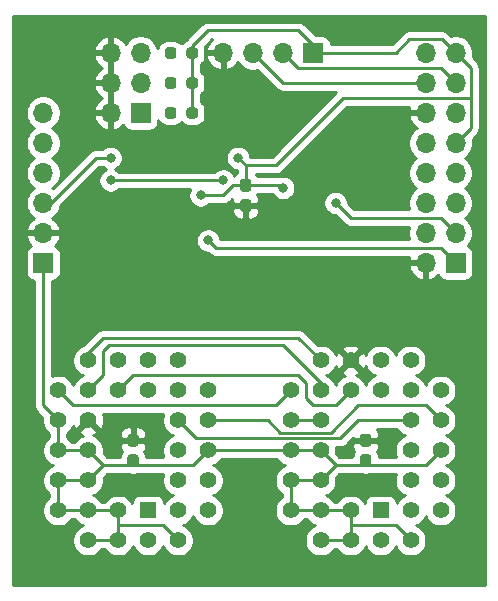
<source format=gbr>
%TF.GenerationSoftware,KiCad,Pcbnew,(5.1.10)-1*%
%TF.CreationDate,2021-12-30T15:20:08-05:00*%
%TF.ProjectId,LPCMangler,4c50434d-616e-4676-9c65-722e6b696361,rev?*%
%TF.SameCoordinates,Original*%
%TF.FileFunction,Copper,L1,Top*%
%TF.FilePolarity,Positive*%
%FSLAX46Y46*%
G04 Gerber Fmt 4.6, Leading zero omitted, Abs format (unit mm)*
G04 Created by KiCad (PCBNEW (5.1.10)-1) date 2021-12-30 15:20:08*
%MOMM*%
%LPD*%
G01*
G04 APERTURE LIST*
%TA.AperFunction,ComponentPad*%
%ADD10C,1.422400*%
%TD*%
%TA.AperFunction,ComponentPad*%
%ADD11R,1.422400X1.422400*%
%TD*%
%TA.AperFunction,ComponentPad*%
%ADD12O,1.700000X1.700000*%
%TD*%
%TA.AperFunction,ComponentPad*%
%ADD13R,1.700000X1.700000*%
%TD*%
%TA.AperFunction,ViaPad*%
%ADD14C,0.800000*%
%TD*%
%TA.AperFunction,Conductor*%
%ADD15C,0.250000*%
%TD*%
%TA.AperFunction,Conductor*%
%ADD16C,0.254000*%
%TD*%
%TA.AperFunction,Conductor*%
%ADD17C,0.100000*%
%TD*%
G04 APERTURE END LIST*
%TO.P,R3,2*%
%TO.N,/BANK1*%
%TA.AperFunction,SMDPad,CuDef*%
G36*
G01*
X149712500Y-67707500D02*
X149712500Y-68182500D01*
G75*
G02*
X149475000Y-68420000I-237500J0D01*
G01*
X148975000Y-68420000D01*
G75*
G02*
X148737500Y-68182500I0J237500D01*
G01*
X148737500Y-67707500D01*
G75*
G02*
X148975000Y-67470000I237500J0D01*
G01*
X149475000Y-67470000D01*
G75*
G02*
X149712500Y-67707500I0J-237500D01*
G01*
G37*
%TD.AperFunction*%
%TO.P,R3,1*%
%TO.N,/+3V3*%
%TA.AperFunction,SMDPad,CuDef*%
G36*
G01*
X151537500Y-67707500D02*
X151537500Y-68182500D01*
G75*
G02*
X151300000Y-68420000I-237500J0D01*
G01*
X150800000Y-68420000D01*
G75*
G02*
X150562500Y-68182500I0J237500D01*
G01*
X150562500Y-67707500D01*
G75*
G02*
X150800000Y-67470000I237500J0D01*
G01*
X151300000Y-67470000D01*
G75*
G02*
X151537500Y-67707500I0J-237500D01*
G01*
G37*
%TD.AperFunction*%
%TD*%
%TO.P,R2,2*%
%TO.N,/BANK0*%
%TA.AperFunction,SMDPad,CuDef*%
G36*
G01*
X149712500Y-70247500D02*
X149712500Y-70722500D01*
G75*
G02*
X149475000Y-70960000I-237500J0D01*
G01*
X148975000Y-70960000D01*
G75*
G02*
X148737500Y-70722500I0J237500D01*
G01*
X148737500Y-70247500D01*
G75*
G02*
X148975000Y-70010000I237500J0D01*
G01*
X149475000Y-70010000D01*
G75*
G02*
X149712500Y-70247500I0J-237500D01*
G01*
G37*
%TD.AperFunction*%
%TO.P,R2,1*%
%TO.N,/+3V3*%
%TA.AperFunction,SMDPad,CuDef*%
G36*
G01*
X151537500Y-70247500D02*
X151537500Y-70722500D01*
G75*
G02*
X151300000Y-70960000I-237500J0D01*
G01*
X150800000Y-70960000D01*
G75*
G02*
X150562500Y-70722500I0J237500D01*
G01*
X150562500Y-70247500D01*
G75*
G02*
X150800000Y-70010000I237500J0D01*
G01*
X151300000Y-70010000D01*
G75*
G02*
X151537500Y-70247500I0J-237500D01*
G01*
G37*
%TD.AperFunction*%
%TD*%
%TO.P,R1,2*%
%TO.N,/BYPASS*%
%TA.AperFunction,SMDPad,CuDef*%
G36*
G01*
X149712500Y-72787500D02*
X149712500Y-73262500D01*
G75*
G02*
X149475000Y-73500000I-237500J0D01*
G01*
X148975000Y-73500000D01*
G75*
G02*
X148737500Y-73262500I0J237500D01*
G01*
X148737500Y-72787500D01*
G75*
G02*
X148975000Y-72550000I237500J0D01*
G01*
X149475000Y-72550000D01*
G75*
G02*
X149712500Y-72787500I0J-237500D01*
G01*
G37*
%TD.AperFunction*%
%TO.P,R1,1*%
%TO.N,/+3V3*%
%TA.AperFunction,SMDPad,CuDef*%
G36*
G01*
X151537500Y-72787500D02*
X151537500Y-73262500D01*
G75*
G02*
X151300000Y-73500000I-237500J0D01*
G01*
X150800000Y-73500000D01*
G75*
G02*
X150562500Y-73262500I0J237500D01*
G01*
X150562500Y-72787500D01*
G75*
G02*
X150800000Y-72550000I237500J0D01*
G01*
X151300000Y-72550000D01*
G75*
G02*
X151537500Y-72787500I0J-237500D01*
G01*
G37*
%TD.AperFunction*%
%TD*%
D10*
%TO.P,U2,29*%
%TO.N,Net-(U2-Pad29)*%
X152400000Y-106680000D03*
%TO.P,U2,27*%
%TO.N,Net-(U2-Pad27)*%
X152400000Y-104140000D03*
%TO.P,U2,25*%
%TO.N,/+3V3*%
X152400000Y-101600000D03*
%TO.P,U2,23*%
%TO.N,/~S_LFRAME*%
X152400000Y-99060000D03*
%TO.P,U2,28*%
%TO.N,Net-(U2-Pad28)*%
X149860000Y-104140000D03*
%TO.P,U2,26*%
%TO.N,Net-(U2-Pad26)*%
X149860000Y-101600000D03*
%TO.P,U2,24*%
%TO.N,/~RST*%
X149860000Y-99060000D03*
%TO.P,U2,22*%
%TO.N,Net-(U2-Pad22)*%
X149860000Y-96520000D03*
%TO.P,U2,20*%
%TO.N,Net-(U2-Pad20)*%
X149860000Y-93980000D03*
%TO.P,U2,18*%
%TO.N,Net-(U2-Pad18)*%
X147320000Y-93980000D03*
%TO.P,U2,16*%
%TO.N,/GND*%
X144780000Y-93980000D03*
%TO.P,U2,14*%
%TO.N,/S_LAD1*%
X142240000Y-93980000D03*
%TO.P,U2,21*%
%TO.N,Net-(U2-Pad21)*%
X152400000Y-96520000D03*
%TO.P,U2,19*%
%TO.N,Net-(U2-Pad19)*%
X147320000Y-96520000D03*
%TO.P,U2,17*%
%TO.N,/S_LAD3*%
X144780000Y-96520000D03*
%TO.P,U2,15*%
%TO.N,/S_LAD2*%
X142240000Y-96520000D03*
%TO.P,U2,13*%
%TO.N,/S_LAD0*%
X139700000Y-96520000D03*
%TO.P,U2,11*%
%TO.N,/+3V3*%
X139700000Y-99060000D03*
%TO.P,U2,9*%
X139700000Y-101600000D03*
%TO.P,U2,7*%
X139700000Y-104140000D03*
%TO.P,U2,5*%
X139700000Y-106680000D03*
%TO.P,U2,12*%
%TO.N,/GND*%
X142240000Y-99060000D03*
%TO.P,U2,10*%
%TO.N,/+3V3*%
X142240000Y-101600000D03*
%TO.P,U2,8*%
X142240000Y-104140000D03*
%TO.P,U2,6*%
X142240000Y-106680000D03*
%TO.P,U2,30*%
X149860000Y-109220000D03*
%TO.P,U2,32*%
%TO.N,Net-(U2-Pad32)*%
X147320000Y-109220000D03*
%TO.P,U2,4*%
%TO.N,/+3V3*%
X142240000Y-109220000D03*
%TO.P,U2,2*%
X144780000Y-109220000D03*
%TO.P,U2,31*%
%TO.N,/LCLK*%
X149860000Y-106680000D03*
%TO.P,U2,3*%
%TO.N,/+3V3*%
X144780000Y-106680000D03*
D11*
%TO.P,U2,1*%
%TO.N,Net-(U2-Pad1)*%
X147320000Y-106680000D03*
%TD*%
D10*
%TO.P,U1,29*%
%TO.N,Net-(U1-Pad29)*%
X172085000Y-106680000D03*
%TO.P,U1,27*%
%TO.N,Net-(U1-Pad27)*%
X172085000Y-104140000D03*
%TO.P,U1,25*%
%TO.N,/+3V3*%
X172085000Y-101600000D03*
%TO.P,U1,23*%
%TO.N,/~S_LFRAME*%
X172085000Y-99060000D03*
%TO.P,U1,28*%
%TO.N,Net-(U1-Pad28)*%
X169545000Y-104140000D03*
%TO.P,U1,26*%
%TO.N,Net-(U1-Pad26)*%
X169545000Y-101600000D03*
%TO.P,U1,24*%
%TO.N,/~RST*%
X169545000Y-99060000D03*
%TO.P,U1,22*%
%TO.N,Net-(U1-Pad22)*%
X169545000Y-96520000D03*
%TO.P,U1,20*%
%TO.N,Net-(U1-Pad20)*%
X169545000Y-93980000D03*
%TO.P,U1,18*%
%TO.N,Net-(U1-Pad18)*%
X167005000Y-93980000D03*
%TO.P,U1,16*%
%TO.N,/GND*%
X164465000Y-93980000D03*
%TO.P,U1,14*%
%TO.N,/S_LAD1*%
X161925000Y-93980000D03*
%TO.P,U1,21*%
%TO.N,Net-(U1-Pad21)*%
X172085000Y-96520000D03*
%TO.P,U1,19*%
%TO.N,Net-(U1-Pad19)*%
X167005000Y-96520000D03*
%TO.P,U1,17*%
%TO.N,/S_LAD3*%
X164465000Y-96520000D03*
%TO.P,U1,15*%
%TO.N,/S_LAD2*%
X161925000Y-96520000D03*
%TO.P,U1,13*%
%TO.N,/S_LAD0*%
X159385000Y-96520000D03*
%TO.P,U1,11*%
%TO.N,/+3V3*%
X159385000Y-99060000D03*
%TO.P,U1,9*%
X159385000Y-101600000D03*
%TO.P,U1,7*%
X159385000Y-104140000D03*
%TO.P,U1,5*%
X159385000Y-106680000D03*
%TO.P,U1,12*%
X161925000Y-99060000D03*
%TO.P,U1,10*%
X161925000Y-101600000D03*
%TO.P,U1,8*%
X161925000Y-104140000D03*
%TO.P,U1,6*%
X161925000Y-106680000D03*
%TO.P,U1,30*%
X169545000Y-109220000D03*
%TO.P,U1,32*%
%TO.N,Net-(U1-Pad32)*%
X167005000Y-109220000D03*
%TO.P,U1,4*%
%TO.N,/+3V3*%
X161925000Y-109220000D03*
%TO.P,U1,2*%
X164465000Y-109220000D03*
%TO.P,U1,31*%
%TO.N,/LCLK*%
X169545000Y-106680000D03*
%TO.P,U1,3*%
%TO.N,/+3V3*%
X164465000Y-106680000D03*
D11*
%TO.P,U1,1*%
%TO.N,Net-(U1-Pad1)*%
X167005000Y-106680000D03*
%TD*%
D12*
%TO.P,JP1,6*%
%TO.N,/GND*%
X144145000Y-67945000D03*
%TO.P,JP1,5*%
%TO.N,/BANK1*%
X146685000Y-67945000D03*
%TO.P,JP1,4*%
%TO.N,/GND*%
X144145000Y-70485000D03*
%TO.P,JP1,3*%
%TO.N,/BANK0*%
X146685000Y-70485000D03*
%TO.P,JP1,2*%
%TO.N,/GND*%
X144145000Y-73025000D03*
D13*
%TO.P,JP1,1*%
%TO.N,/BYPASS*%
X146685000Y-73025000D03*
%TD*%
D12*
%TO.P,J3,4*%
%TO.N,/GND*%
X153670000Y-67945000D03*
%TO.P,J3,3*%
%TO.N,/SDA*%
X156210000Y-67945000D03*
%TO.P,J3,2*%
%TO.N,/SCL*%
X158750000Y-67945000D03*
D13*
%TO.P,J3,1*%
%TO.N,/+3V3*%
X161290000Y-67945000D03*
%TD*%
D12*
%TO.P,J2,6*%
%TO.N,/TMS*%
X138430000Y-73025000D03*
%TO.P,J2,5*%
%TO.N,/TDI*%
X138430000Y-75565000D03*
%TO.P,J2,4*%
%TO.N,/TDO*%
X138430000Y-78105000D03*
%TO.P,J2,3*%
%TO.N,/TCK*%
X138430000Y-80645000D03*
%TO.P,J2,2*%
%TO.N,/GND*%
X138430000Y-83185000D03*
D13*
%TO.P,J2,1*%
%TO.N,/+3V3*%
X138430000Y-85725000D03*
%TD*%
D12*
%TO.P,J1,16*%
%TO.N,Net-(J1-Pad16)*%
X170815000Y-67945000D03*
%TO.P,J1,15*%
%TO.N,/+3V3*%
X173355000Y-67945000D03*
%TO.P,J1,14*%
%TO.N,/SDA*%
X170815000Y-70485000D03*
%TO.P,J1,13*%
%TO.N,/SCL*%
X173355000Y-70485000D03*
%TO.P,J1,12*%
%TO.N,/GND*%
X170815000Y-73025000D03*
%TO.P,J1,11*%
%TO.N,/LAD0*%
X173355000Y-73025000D03*
%TO.P,J1,10*%
%TO.N,/LAD1*%
X170815000Y-75565000D03*
%TO.P,J1,9*%
%TO.N,/+3V3*%
X173355000Y-75565000D03*
%TO.P,J1,8*%
%TO.N,/LAD2*%
X170815000Y-78105000D03*
%TO.P,J1,7*%
%TO.N,/LAD3*%
X173355000Y-78105000D03*
%TO.P,J1,6*%
%TO.N,/+5V*%
X170815000Y-80645000D03*
%TO.P,J1,5*%
%TO.N,/~RST*%
X173355000Y-80645000D03*
%TO.P,J1,4*%
%TO.N,Net-(J1-Pad4)*%
X170815000Y-83185000D03*
%TO.P,J1,3*%
%TO.N,/~LFRAME*%
X173355000Y-83185000D03*
%TO.P,J1,2*%
%TO.N,/GND*%
X170815000Y-85725000D03*
D13*
%TO.P,J1,1*%
%TO.N,/LCLK*%
X173355000Y-85725000D03*
%TD*%
%TO.P,C3,2*%
%TO.N,/GND*%
%TA.AperFunction,SMDPad,CuDef*%
G36*
G01*
X155337500Y-80335000D02*
X155812500Y-80335000D01*
G75*
G02*
X156050000Y-80572500I0J-237500D01*
G01*
X156050000Y-81172500D01*
G75*
G02*
X155812500Y-81410000I-237500J0D01*
G01*
X155337500Y-81410000D01*
G75*
G02*
X155100000Y-81172500I0J237500D01*
G01*
X155100000Y-80572500D01*
G75*
G02*
X155337500Y-80335000I237500J0D01*
G01*
G37*
%TD.AperFunction*%
%TO.P,C3,1*%
%TO.N,/+3V3*%
%TA.AperFunction,SMDPad,CuDef*%
G36*
G01*
X155337500Y-78610000D02*
X155812500Y-78610000D01*
G75*
G02*
X156050000Y-78847500I0J-237500D01*
G01*
X156050000Y-79447500D01*
G75*
G02*
X155812500Y-79685000I-237500J0D01*
G01*
X155337500Y-79685000D01*
G75*
G02*
X155100000Y-79447500I0J237500D01*
G01*
X155100000Y-78847500D01*
G75*
G02*
X155337500Y-78610000I237500J0D01*
G01*
G37*
%TD.AperFunction*%
%TD*%
%TO.P,C2,2*%
%TO.N,/GND*%
%TA.AperFunction,SMDPad,CuDef*%
G36*
G01*
X146287500Y-101275000D02*
X145812500Y-101275000D01*
G75*
G02*
X145575000Y-101037500I0J237500D01*
G01*
X145575000Y-100437500D01*
G75*
G02*
X145812500Y-100200000I237500J0D01*
G01*
X146287500Y-100200000D01*
G75*
G02*
X146525000Y-100437500I0J-237500D01*
G01*
X146525000Y-101037500D01*
G75*
G02*
X146287500Y-101275000I-237500J0D01*
G01*
G37*
%TD.AperFunction*%
%TO.P,C2,1*%
%TO.N,/+3V3*%
%TA.AperFunction,SMDPad,CuDef*%
G36*
G01*
X146287500Y-103000000D02*
X145812500Y-103000000D01*
G75*
G02*
X145575000Y-102762500I0J237500D01*
G01*
X145575000Y-102162500D01*
G75*
G02*
X145812500Y-101925000I237500J0D01*
G01*
X146287500Y-101925000D01*
G75*
G02*
X146525000Y-102162500I0J-237500D01*
G01*
X146525000Y-102762500D01*
G75*
G02*
X146287500Y-103000000I-237500J0D01*
G01*
G37*
%TD.AperFunction*%
%TD*%
%TO.P,C1,2*%
%TO.N,/GND*%
%TA.AperFunction,SMDPad,CuDef*%
G36*
G01*
X165972500Y-101275000D02*
X165497500Y-101275000D01*
G75*
G02*
X165260000Y-101037500I0J237500D01*
G01*
X165260000Y-100437500D01*
G75*
G02*
X165497500Y-100200000I237500J0D01*
G01*
X165972500Y-100200000D01*
G75*
G02*
X166210000Y-100437500I0J-237500D01*
G01*
X166210000Y-101037500D01*
G75*
G02*
X165972500Y-101275000I-237500J0D01*
G01*
G37*
%TD.AperFunction*%
%TO.P,C1,1*%
%TO.N,/+3V3*%
%TA.AperFunction,SMDPad,CuDef*%
G36*
G01*
X165972500Y-103000000D02*
X165497500Y-103000000D01*
G75*
G02*
X165260000Y-102762500I0J237500D01*
G01*
X165260000Y-102162500D01*
G75*
G02*
X165497500Y-101925000I237500J0D01*
G01*
X165972500Y-101925000D01*
G75*
G02*
X166210000Y-102162500I0J-237500D01*
G01*
X166210000Y-102762500D01*
G75*
G02*
X165972500Y-103000000I-237500J0D01*
G01*
G37*
%TD.AperFunction*%
%TD*%
D14*
%TO.N,/GND*%
X167640000Y-100330000D03*
X173355000Y-88900000D03*
X170815000Y-88900000D03*
X147955000Y-100330000D03*
X146050000Y-104140000D03*
X136525000Y-112395000D03*
X175260000Y-112395000D03*
X175260000Y-65405000D03*
X136525000Y-65405000D03*
X152400000Y-81915000D03*
X153670000Y-88265000D03*
X147320000Y-83820000D03*
X156210000Y-76200000D03*
X163195000Y-78740000D03*
X161925000Y-71755000D03*
X164465000Y-73025000D03*
X147955000Y-75565000D03*
X161290000Y-85725000D03*
X165735000Y-104140000D03*
%TO.N,/+3V3*%
X158750000Y-79375000D03*
X154940000Y-76835000D03*
X151765000Y-80010000D03*
%TO.N,/~LFRAME*%
X163195000Y-80645000D03*
%TO.N,/LCLK*%
X152400000Y-83820000D03*
%TO.N,/TDO*%
X144145052Y-78740000D03*
X153669982Y-78740000D03*
%TO.N,/TCK*%
X144145000Y-76835000D03*
%TD*%
D15*
%TO.N,/+3V3*%
X172179999Y-66769999D02*
X173355000Y-67945000D01*
X169450001Y-66769999D02*
X172179999Y-66769999D01*
X168275000Y-67945000D02*
X169450001Y-66769999D01*
X161290000Y-67945000D02*
X168275000Y-67945000D01*
X174625000Y-69215000D02*
X173355000Y-67945000D01*
X174625000Y-74295000D02*
X174625000Y-69215000D01*
X173355000Y-75565000D02*
X174625000Y-74295000D01*
X161925000Y-101600000D02*
X163195000Y-102870000D01*
X170815000Y-102870000D02*
X163195000Y-102870000D01*
X172085000Y-101600000D02*
X170815000Y-102870000D01*
X161925000Y-104140000D02*
X163195000Y-102870000D01*
X159385000Y-104140000D02*
X161925000Y-104140000D01*
X159385000Y-101600000D02*
X161925000Y-101600000D01*
X164465000Y-106680000D02*
X161925000Y-106680000D01*
X161925000Y-106680000D02*
X159385000Y-106680000D01*
X159385000Y-106680000D02*
X159385000Y-104140000D01*
X161925000Y-109220000D02*
X164465000Y-109220000D01*
X168275000Y-107950000D02*
X164465000Y-107950000D01*
X169545000Y-109220000D02*
X168275000Y-107950000D01*
X164465000Y-107950000D02*
X164465000Y-106680000D01*
X164465000Y-109220000D02*
X164465000Y-107950000D01*
X144780000Y-109220000D02*
X144780000Y-106680000D01*
X148590000Y-107950000D02*
X144780000Y-107950000D01*
X149860000Y-109220000D02*
X148590000Y-107950000D01*
X142240000Y-109220000D02*
X144780000Y-109220000D01*
X144780000Y-106680000D02*
X139700000Y-106680000D01*
X139700000Y-106680000D02*
X139700000Y-104140000D01*
X139700000Y-104140000D02*
X142240000Y-104140000D01*
X142240000Y-104140000D02*
X143510000Y-102870000D01*
X151130000Y-102870000D02*
X152400000Y-101600000D01*
X143510000Y-102870000D02*
X142240000Y-101600000D01*
X142240000Y-101600000D02*
X139700000Y-101600000D01*
X146050000Y-102462500D02*
X146050000Y-102870000D01*
X146050000Y-102870000D02*
X151130000Y-102870000D01*
X143510000Y-102870000D02*
X146050000Y-102870000D01*
X165735000Y-102462500D02*
X165735000Y-102870000D01*
X139700000Y-99060000D02*
X139700000Y-101600000D01*
X138430000Y-97790000D02*
X138430000Y-85725000D01*
X139700000Y-99060000D02*
X138430000Y-97790000D01*
X159385000Y-99060000D02*
X161925000Y-99060000D01*
X152400000Y-101600000D02*
X159385000Y-101600000D01*
X155575000Y-77470000D02*
X155575000Y-79147500D01*
X154940000Y-76835000D02*
X155575000Y-77470000D01*
X158522500Y-79147500D02*
X158750000Y-79375000D01*
X154532500Y-79147500D02*
X158522500Y-79147500D01*
X153670000Y-80010000D02*
X154532500Y-79147500D01*
X151765000Y-80010000D02*
X153670000Y-80010000D01*
X155575000Y-77470000D02*
X158115000Y-77470000D01*
X158115000Y-77470000D02*
X163830000Y-71755000D01*
X163830000Y-71755000D02*
X174625000Y-71755000D01*
X151050000Y-73025000D02*
X151050000Y-70485000D01*
X151050000Y-70485000D02*
X151050000Y-67945000D01*
X161290000Y-67310000D02*
X161290000Y-67945000D01*
X160020000Y-66040000D02*
X161290000Y-67310000D01*
X152400000Y-66040000D02*
X160020000Y-66040000D01*
X151050000Y-67390000D02*
X152400000Y-66040000D01*
X151050000Y-67945000D02*
X151050000Y-67390000D01*
%TO.N,/SDA*%
X158750000Y-70485000D02*
X170815000Y-70485000D01*
X156210000Y-67945000D02*
X158750000Y-70485000D01*
%TO.N,/SCL*%
X172085000Y-69215000D02*
X173355000Y-70485000D01*
X160020000Y-69215000D02*
X172085000Y-69215000D01*
X158750000Y-67945000D02*
X160020000Y-69215000D01*
%TO.N,/~RST*%
X165100000Y-99060000D02*
X169545000Y-99060000D01*
X163601400Y-100558600D02*
X165100000Y-99060000D01*
X151358600Y-100558600D02*
X163601400Y-100558600D01*
X149860000Y-99060000D02*
X151358600Y-100558600D01*
%TO.N,/~LFRAME*%
X173355000Y-83185000D02*
X172085000Y-81915000D01*
X164465000Y-81915000D02*
X163195000Y-80645000D01*
X172085000Y-81915000D02*
X164465000Y-81915000D01*
%TO.N,/LCLK*%
X153035000Y-84455000D02*
X152400000Y-83820000D01*
X172085000Y-84455000D02*
X153035000Y-84455000D01*
X173355000Y-85725000D02*
X172085000Y-84455000D01*
%TO.N,/TDO*%
X144145052Y-78740000D02*
X153669982Y-78740000D01*
%TO.N,/TCK*%
X139065000Y-80645000D02*
X138430000Y-80645000D01*
X142875000Y-76835000D02*
X139065000Y-80645000D01*
X144145000Y-76835000D02*
X142875000Y-76835000D01*
%TO.N,/~S_LFRAME*%
X165098590Y-97790000D02*
X170815000Y-97790000D01*
X170815000Y-97790000D02*
X172085000Y-99060000D01*
X162780000Y-100108590D02*
X165098590Y-97790000D01*
X158528590Y-100108590D02*
X162780000Y-100108590D01*
X157480000Y-99060000D02*
X158528590Y-100108590D01*
X152400000Y-99060000D02*
X157480000Y-99060000D01*
%TO.N,/S_LAD1*%
X160020000Y-92075000D02*
X161925000Y-93980000D01*
X143510000Y-92075000D02*
X160020000Y-92075000D01*
X142240000Y-93345000D02*
X143510000Y-92075000D01*
X142240000Y-93980000D02*
X142240000Y-93345000D01*
%TO.N,/S_LAD3*%
X164465000Y-96520000D02*
X163195000Y-97790000D01*
X163195000Y-97790000D02*
X161290000Y-97790000D01*
X161290000Y-97790000D02*
X160655000Y-97155000D01*
X160655000Y-97155000D02*
X160655000Y-95885000D01*
X160655000Y-95885000D02*
X160020000Y-95250000D01*
X160020000Y-95250000D02*
X146050000Y-95250000D01*
X146050000Y-95250000D02*
X144780000Y-96520000D01*
%TO.N,/S_LAD2*%
X158750000Y-92710000D02*
X161925000Y-95885000D01*
X144013211Y-92710000D02*
X158750000Y-92710000D01*
X143510000Y-93213211D02*
X144013211Y-92710000D01*
X143510000Y-95250000D02*
X143510000Y-93213211D01*
X161925000Y-95885000D02*
X161925000Y-96520000D01*
X142240000Y-96520000D02*
X143510000Y-95250000D01*
%TO.N,/S_LAD0*%
X140970000Y-97790000D02*
X139700000Y-96520000D01*
X158115000Y-97790000D02*
X140970000Y-97790000D01*
X159385000Y-96520000D02*
X158115000Y-97790000D01*
%TD*%
D16*
%TO.N,/GND*%
X175870001Y-113005000D02*
X135915000Y-113005000D01*
X135915000Y-84875000D01*
X136941928Y-84875000D01*
X136941928Y-86575000D01*
X136954188Y-86699482D01*
X136990498Y-86819180D01*
X137049463Y-86929494D01*
X137128815Y-87026185D01*
X137225506Y-87105537D01*
X137335820Y-87164502D01*
X137455518Y-87200812D01*
X137580000Y-87213072D01*
X137670001Y-87213072D01*
X137670000Y-97752678D01*
X137666324Y-97790000D01*
X137670000Y-97827322D01*
X137670000Y-97827332D01*
X137680997Y-97938985D01*
X137703855Y-98014338D01*
X137724454Y-98082246D01*
X137795026Y-98214276D01*
X137834871Y-98262826D01*
X137889999Y-98330001D01*
X137919003Y-98353804D01*
X138376830Y-98811631D01*
X138353800Y-98927411D01*
X138353800Y-99192589D01*
X138405533Y-99452672D01*
X138507013Y-99697665D01*
X138654338Y-99918153D01*
X138841847Y-100105662D01*
X138940000Y-100171246D01*
X138940001Y-100488754D01*
X138841847Y-100554338D01*
X138654338Y-100741847D01*
X138507013Y-100962335D01*
X138405533Y-101207328D01*
X138353800Y-101467411D01*
X138353800Y-101732589D01*
X138405533Y-101992672D01*
X138507013Y-102237665D01*
X138654338Y-102458153D01*
X138841847Y-102645662D01*
X139062335Y-102792987D01*
X139248260Y-102870000D01*
X139062335Y-102947013D01*
X138841847Y-103094338D01*
X138654338Y-103281847D01*
X138507013Y-103502335D01*
X138405533Y-103747328D01*
X138353800Y-104007411D01*
X138353800Y-104272589D01*
X138405533Y-104532672D01*
X138507013Y-104777665D01*
X138654338Y-104998153D01*
X138841847Y-105185662D01*
X138940001Y-105251246D01*
X138940000Y-105568754D01*
X138841847Y-105634338D01*
X138654338Y-105821847D01*
X138507013Y-106042335D01*
X138405533Y-106287328D01*
X138353800Y-106547411D01*
X138353800Y-106812589D01*
X138405533Y-107072672D01*
X138507013Y-107317665D01*
X138654338Y-107538153D01*
X138841847Y-107725662D01*
X139062335Y-107872987D01*
X139307328Y-107974467D01*
X139567411Y-108026200D01*
X139832589Y-108026200D01*
X140092672Y-107974467D01*
X140337665Y-107872987D01*
X140558153Y-107725662D01*
X140745662Y-107538153D01*
X140811246Y-107440000D01*
X141128754Y-107440000D01*
X141194338Y-107538153D01*
X141381847Y-107725662D01*
X141602335Y-107872987D01*
X141788260Y-107950000D01*
X141602335Y-108027013D01*
X141381847Y-108174338D01*
X141194338Y-108361847D01*
X141047013Y-108582335D01*
X140945533Y-108827328D01*
X140893800Y-109087411D01*
X140893800Y-109352589D01*
X140945533Y-109612672D01*
X141047013Y-109857665D01*
X141194338Y-110078153D01*
X141381847Y-110265662D01*
X141602335Y-110412987D01*
X141847328Y-110514467D01*
X142107411Y-110566200D01*
X142372589Y-110566200D01*
X142632672Y-110514467D01*
X142877665Y-110412987D01*
X143098153Y-110265662D01*
X143285662Y-110078153D01*
X143351246Y-109980000D01*
X143668754Y-109980000D01*
X143734338Y-110078153D01*
X143921847Y-110265662D01*
X144142335Y-110412987D01*
X144387328Y-110514467D01*
X144647411Y-110566200D01*
X144912589Y-110566200D01*
X145172672Y-110514467D01*
X145417665Y-110412987D01*
X145638153Y-110265662D01*
X145825662Y-110078153D01*
X145972987Y-109857665D01*
X146050000Y-109671740D01*
X146127013Y-109857665D01*
X146274338Y-110078153D01*
X146461847Y-110265662D01*
X146682335Y-110412987D01*
X146927328Y-110514467D01*
X147187411Y-110566200D01*
X147452589Y-110566200D01*
X147712672Y-110514467D01*
X147957665Y-110412987D01*
X148178153Y-110265662D01*
X148365662Y-110078153D01*
X148512987Y-109857665D01*
X148590000Y-109671740D01*
X148667013Y-109857665D01*
X148814338Y-110078153D01*
X149001847Y-110265662D01*
X149222335Y-110412987D01*
X149467328Y-110514467D01*
X149727411Y-110566200D01*
X149992589Y-110566200D01*
X150252672Y-110514467D01*
X150497665Y-110412987D01*
X150718153Y-110265662D01*
X150905662Y-110078153D01*
X151052987Y-109857665D01*
X151154467Y-109612672D01*
X151206200Y-109352589D01*
X151206200Y-109087411D01*
X151154467Y-108827328D01*
X151052987Y-108582335D01*
X150905662Y-108361847D01*
X150718153Y-108174338D01*
X150497665Y-108027013D01*
X150311740Y-107950000D01*
X150497665Y-107872987D01*
X150718153Y-107725662D01*
X150905662Y-107538153D01*
X151052987Y-107317665D01*
X151130000Y-107131740D01*
X151207013Y-107317665D01*
X151354338Y-107538153D01*
X151541847Y-107725662D01*
X151762335Y-107872987D01*
X152007328Y-107974467D01*
X152267411Y-108026200D01*
X152532589Y-108026200D01*
X152792672Y-107974467D01*
X153037665Y-107872987D01*
X153258153Y-107725662D01*
X153445662Y-107538153D01*
X153592987Y-107317665D01*
X153694467Y-107072672D01*
X153746200Y-106812589D01*
X153746200Y-106547411D01*
X153694467Y-106287328D01*
X153592987Y-106042335D01*
X153445662Y-105821847D01*
X153258153Y-105634338D01*
X153037665Y-105487013D01*
X152851740Y-105410000D01*
X153037665Y-105332987D01*
X153258153Y-105185662D01*
X153445662Y-104998153D01*
X153592987Y-104777665D01*
X153694467Y-104532672D01*
X153746200Y-104272589D01*
X153746200Y-104007411D01*
X153694467Y-103747328D01*
X153592987Y-103502335D01*
X153445662Y-103281847D01*
X153258153Y-103094338D01*
X153037665Y-102947013D01*
X152851740Y-102870000D01*
X153037665Y-102792987D01*
X153258153Y-102645662D01*
X153445662Y-102458153D01*
X153511246Y-102360000D01*
X158273754Y-102360000D01*
X158339338Y-102458153D01*
X158526847Y-102645662D01*
X158747335Y-102792987D01*
X158933260Y-102870000D01*
X158747335Y-102947013D01*
X158526847Y-103094338D01*
X158339338Y-103281847D01*
X158192013Y-103502335D01*
X158090533Y-103747328D01*
X158038800Y-104007411D01*
X158038800Y-104272589D01*
X158090533Y-104532672D01*
X158192013Y-104777665D01*
X158339338Y-104998153D01*
X158526847Y-105185662D01*
X158625001Y-105251246D01*
X158625000Y-105568754D01*
X158526847Y-105634338D01*
X158339338Y-105821847D01*
X158192013Y-106042335D01*
X158090533Y-106287328D01*
X158038800Y-106547411D01*
X158038800Y-106812589D01*
X158090533Y-107072672D01*
X158192013Y-107317665D01*
X158339338Y-107538153D01*
X158526847Y-107725662D01*
X158747335Y-107872987D01*
X158992328Y-107974467D01*
X159252411Y-108026200D01*
X159517589Y-108026200D01*
X159777672Y-107974467D01*
X160022665Y-107872987D01*
X160243153Y-107725662D01*
X160430662Y-107538153D01*
X160496246Y-107440000D01*
X160813754Y-107440000D01*
X160879338Y-107538153D01*
X161066847Y-107725662D01*
X161287335Y-107872987D01*
X161473260Y-107950000D01*
X161287335Y-108027013D01*
X161066847Y-108174338D01*
X160879338Y-108361847D01*
X160732013Y-108582335D01*
X160630533Y-108827328D01*
X160578800Y-109087411D01*
X160578800Y-109352589D01*
X160630533Y-109612672D01*
X160732013Y-109857665D01*
X160879338Y-110078153D01*
X161066847Y-110265662D01*
X161287335Y-110412987D01*
X161532328Y-110514467D01*
X161792411Y-110566200D01*
X162057589Y-110566200D01*
X162317672Y-110514467D01*
X162562665Y-110412987D01*
X162783153Y-110265662D01*
X162970662Y-110078153D01*
X163036246Y-109980000D01*
X163353754Y-109980000D01*
X163419338Y-110078153D01*
X163606847Y-110265662D01*
X163827335Y-110412987D01*
X164072328Y-110514467D01*
X164332411Y-110566200D01*
X164597589Y-110566200D01*
X164857672Y-110514467D01*
X165102665Y-110412987D01*
X165323153Y-110265662D01*
X165510662Y-110078153D01*
X165657987Y-109857665D01*
X165735000Y-109671740D01*
X165812013Y-109857665D01*
X165959338Y-110078153D01*
X166146847Y-110265662D01*
X166367335Y-110412987D01*
X166612328Y-110514467D01*
X166872411Y-110566200D01*
X167137589Y-110566200D01*
X167397672Y-110514467D01*
X167642665Y-110412987D01*
X167863153Y-110265662D01*
X168050662Y-110078153D01*
X168197987Y-109857665D01*
X168275000Y-109671740D01*
X168352013Y-109857665D01*
X168499338Y-110078153D01*
X168686847Y-110265662D01*
X168907335Y-110412987D01*
X169152328Y-110514467D01*
X169412411Y-110566200D01*
X169677589Y-110566200D01*
X169937672Y-110514467D01*
X170182665Y-110412987D01*
X170403153Y-110265662D01*
X170590662Y-110078153D01*
X170737987Y-109857665D01*
X170839467Y-109612672D01*
X170891200Y-109352589D01*
X170891200Y-109087411D01*
X170839467Y-108827328D01*
X170737987Y-108582335D01*
X170590662Y-108361847D01*
X170403153Y-108174338D01*
X170182665Y-108027013D01*
X169996740Y-107950000D01*
X170182665Y-107872987D01*
X170403153Y-107725662D01*
X170590662Y-107538153D01*
X170737987Y-107317665D01*
X170815000Y-107131740D01*
X170892013Y-107317665D01*
X171039338Y-107538153D01*
X171226847Y-107725662D01*
X171447335Y-107872987D01*
X171692328Y-107974467D01*
X171952411Y-108026200D01*
X172217589Y-108026200D01*
X172477672Y-107974467D01*
X172722665Y-107872987D01*
X172943153Y-107725662D01*
X173130662Y-107538153D01*
X173277987Y-107317665D01*
X173379467Y-107072672D01*
X173431200Y-106812589D01*
X173431200Y-106547411D01*
X173379467Y-106287328D01*
X173277987Y-106042335D01*
X173130662Y-105821847D01*
X172943153Y-105634338D01*
X172722665Y-105487013D01*
X172536740Y-105410000D01*
X172722665Y-105332987D01*
X172943153Y-105185662D01*
X173130662Y-104998153D01*
X173277987Y-104777665D01*
X173379467Y-104532672D01*
X173431200Y-104272589D01*
X173431200Y-104007411D01*
X173379467Y-103747328D01*
X173277987Y-103502335D01*
X173130662Y-103281847D01*
X172943153Y-103094338D01*
X172722665Y-102947013D01*
X172536740Y-102870000D01*
X172722665Y-102792987D01*
X172943153Y-102645662D01*
X173130662Y-102458153D01*
X173277987Y-102237665D01*
X173379467Y-101992672D01*
X173431200Y-101732589D01*
X173431200Y-101467411D01*
X173379467Y-101207328D01*
X173277987Y-100962335D01*
X173130662Y-100741847D01*
X172943153Y-100554338D01*
X172722665Y-100407013D01*
X172536740Y-100330000D01*
X172722665Y-100252987D01*
X172943153Y-100105662D01*
X173130662Y-99918153D01*
X173277987Y-99697665D01*
X173379467Y-99452672D01*
X173431200Y-99192589D01*
X173431200Y-98927411D01*
X173379467Y-98667328D01*
X173277987Y-98422335D01*
X173130662Y-98201847D01*
X172943153Y-98014338D01*
X172722665Y-97867013D01*
X172536740Y-97790000D01*
X172722665Y-97712987D01*
X172943153Y-97565662D01*
X173130662Y-97378153D01*
X173277987Y-97157665D01*
X173379467Y-96912672D01*
X173431200Y-96652589D01*
X173431200Y-96387411D01*
X173379467Y-96127328D01*
X173277987Y-95882335D01*
X173130662Y-95661847D01*
X172943153Y-95474338D01*
X172722665Y-95327013D01*
X172477672Y-95225533D01*
X172217589Y-95173800D01*
X171952411Y-95173800D01*
X171692328Y-95225533D01*
X171447335Y-95327013D01*
X171226847Y-95474338D01*
X171039338Y-95661847D01*
X170892013Y-95882335D01*
X170815000Y-96068260D01*
X170737987Y-95882335D01*
X170590662Y-95661847D01*
X170403153Y-95474338D01*
X170182665Y-95327013D01*
X169996740Y-95250000D01*
X170182665Y-95172987D01*
X170403153Y-95025662D01*
X170590662Y-94838153D01*
X170737987Y-94617665D01*
X170839467Y-94372672D01*
X170891200Y-94112589D01*
X170891200Y-93847411D01*
X170839467Y-93587328D01*
X170737987Y-93342335D01*
X170590662Y-93121847D01*
X170403153Y-92934338D01*
X170182665Y-92787013D01*
X169937672Y-92685533D01*
X169677589Y-92633800D01*
X169412411Y-92633800D01*
X169152328Y-92685533D01*
X168907335Y-92787013D01*
X168686847Y-92934338D01*
X168499338Y-93121847D01*
X168352013Y-93342335D01*
X168275000Y-93528260D01*
X168197987Y-93342335D01*
X168050662Y-93121847D01*
X167863153Y-92934338D01*
X167642665Y-92787013D01*
X167397672Y-92685533D01*
X167137589Y-92633800D01*
X166872411Y-92633800D01*
X166612328Y-92685533D01*
X166367335Y-92787013D01*
X166146847Y-92934338D01*
X165959338Y-93121847D01*
X165812013Y-93342335D01*
X165734031Y-93530600D01*
X165684542Y-93394720D01*
X165629183Y-93291152D01*
X165394273Y-93230332D01*
X164644605Y-93980000D01*
X165394273Y-94729668D01*
X165629183Y-94668848D01*
X165737206Y-94437066D01*
X165812013Y-94617665D01*
X165959338Y-94838153D01*
X166146847Y-95025662D01*
X166367335Y-95172987D01*
X166553260Y-95250000D01*
X166367335Y-95327013D01*
X166146847Y-95474338D01*
X165959338Y-95661847D01*
X165812013Y-95882335D01*
X165735000Y-96068260D01*
X165657987Y-95882335D01*
X165510662Y-95661847D01*
X165323153Y-95474338D01*
X165102665Y-95327013D01*
X164914400Y-95249031D01*
X165050280Y-95199542D01*
X165153848Y-95144183D01*
X165214668Y-94909273D01*
X164465000Y-94159605D01*
X163715332Y-94909273D01*
X163776152Y-95144183D01*
X164007934Y-95252206D01*
X163827335Y-95327013D01*
X163606847Y-95474338D01*
X163419338Y-95661847D01*
X163272013Y-95882335D01*
X163195000Y-96068260D01*
X163117987Y-95882335D01*
X162970662Y-95661847D01*
X162783153Y-95474338D01*
X162562665Y-95327013D01*
X162376740Y-95250000D01*
X162562665Y-95172987D01*
X162783153Y-95025662D01*
X162970662Y-94838153D01*
X163117987Y-94617665D01*
X163195969Y-94429400D01*
X163245458Y-94565280D01*
X163300817Y-94668848D01*
X163535727Y-94729668D01*
X164285395Y-93980000D01*
X163535727Y-93230332D01*
X163300817Y-93291152D01*
X163192794Y-93522934D01*
X163117987Y-93342335D01*
X162970662Y-93121847D01*
X162899542Y-93050727D01*
X163715332Y-93050727D01*
X164465000Y-93800395D01*
X165214668Y-93050727D01*
X165153848Y-92815817D01*
X164913491Y-92703798D01*
X164655898Y-92640824D01*
X164390970Y-92629313D01*
X164128887Y-92669709D01*
X163879720Y-92760458D01*
X163776152Y-92815817D01*
X163715332Y-93050727D01*
X162899542Y-93050727D01*
X162783153Y-92934338D01*
X162562665Y-92787013D01*
X162317672Y-92685533D01*
X162057589Y-92633800D01*
X161792411Y-92633800D01*
X161676631Y-92656830D01*
X160583804Y-91564003D01*
X160560001Y-91534999D01*
X160444276Y-91440026D01*
X160312247Y-91369454D01*
X160168986Y-91325997D01*
X160057333Y-91315000D01*
X160057322Y-91315000D01*
X160020000Y-91311324D01*
X159982678Y-91315000D01*
X143547322Y-91315000D01*
X143509999Y-91311324D01*
X143472676Y-91315000D01*
X143472667Y-91315000D01*
X143361014Y-91325997D01*
X143217753Y-91369454D01*
X143085724Y-91440026D01*
X142969999Y-91534999D01*
X142946201Y-91563997D01*
X141808641Y-92701558D01*
X141602335Y-92787013D01*
X141381847Y-92934338D01*
X141194338Y-93121847D01*
X141047013Y-93342335D01*
X140945533Y-93587328D01*
X140893800Y-93847411D01*
X140893800Y-94112589D01*
X140945533Y-94372672D01*
X141047013Y-94617665D01*
X141194338Y-94838153D01*
X141381847Y-95025662D01*
X141602335Y-95172987D01*
X141788260Y-95250000D01*
X141602335Y-95327013D01*
X141381847Y-95474338D01*
X141194338Y-95661847D01*
X141047013Y-95882335D01*
X140970000Y-96068260D01*
X140892987Y-95882335D01*
X140745662Y-95661847D01*
X140558153Y-95474338D01*
X140337665Y-95327013D01*
X140092672Y-95225533D01*
X139832589Y-95173800D01*
X139567411Y-95173800D01*
X139307328Y-95225533D01*
X139190000Y-95274132D01*
X139190000Y-87213072D01*
X139280000Y-87213072D01*
X139404482Y-87200812D01*
X139524180Y-87164502D01*
X139634494Y-87105537D01*
X139731185Y-87026185D01*
X139810537Y-86929494D01*
X139869502Y-86819180D01*
X139905812Y-86699482D01*
X139918072Y-86575000D01*
X139918072Y-86081890D01*
X169373524Y-86081890D01*
X169418175Y-86229099D01*
X169543359Y-86491920D01*
X169717412Y-86725269D01*
X169933645Y-86920178D01*
X170183748Y-87069157D01*
X170458109Y-87166481D01*
X170688000Y-87045814D01*
X170688000Y-85852000D01*
X169494845Y-85852000D01*
X169373524Y-86081890D01*
X139918072Y-86081890D01*
X139918072Y-84875000D01*
X139905812Y-84750518D01*
X139869502Y-84630820D01*
X139810537Y-84520506D01*
X139731185Y-84423815D01*
X139634494Y-84344463D01*
X139524180Y-84285498D01*
X139443534Y-84261034D01*
X139527588Y-84185269D01*
X139701641Y-83951920D01*
X139826825Y-83689099D01*
X139871476Y-83541890D01*
X139750155Y-83312000D01*
X138557000Y-83312000D01*
X138557000Y-83332000D01*
X138303000Y-83332000D01*
X138303000Y-83312000D01*
X137109845Y-83312000D01*
X136988524Y-83541890D01*
X137033175Y-83689099D01*
X137158359Y-83951920D01*
X137332412Y-84185269D01*
X137416466Y-84261034D01*
X137335820Y-84285498D01*
X137225506Y-84344463D01*
X137128815Y-84423815D01*
X137049463Y-84520506D01*
X136990498Y-84630820D01*
X136954188Y-84750518D01*
X136941928Y-84875000D01*
X135915000Y-84875000D01*
X135915000Y-72878740D01*
X136945000Y-72878740D01*
X136945000Y-73171260D01*
X137002068Y-73458158D01*
X137114010Y-73728411D01*
X137276525Y-73971632D01*
X137483368Y-74178475D01*
X137657760Y-74295000D01*
X137483368Y-74411525D01*
X137276525Y-74618368D01*
X137114010Y-74861589D01*
X137002068Y-75131842D01*
X136945000Y-75418740D01*
X136945000Y-75711260D01*
X137002068Y-75998158D01*
X137114010Y-76268411D01*
X137276525Y-76511632D01*
X137483368Y-76718475D01*
X137657760Y-76835000D01*
X137483368Y-76951525D01*
X137276525Y-77158368D01*
X137114010Y-77401589D01*
X137002068Y-77671842D01*
X136945000Y-77958740D01*
X136945000Y-78251260D01*
X137002068Y-78538158D01*
X137114010Y-78808411D01*
X137276525Y-79051632D01*
X137483368Y-79258475D01*
X137657760Y-79375000D01*
X137483368Y-79491525D01*
X137276525Y-79698368D01*
X137114010Y-79941589D01*
X137002068Y-80211842D01*
X136945000Y-80498740D01*
X136945000Y-80791260D01*
X137002068Y-81078158D01*
X137114010Y-81348411D01*
X137276525Y-81591632D01*
X137483368Y-81798475D01*
X137665534Y-81920195D01*
X137548645Y-81989822D01*
X137332412Y-82184731D01*
X137158359Y-82418080D01*
X137033175Y-82680901D01*
X136988524Y-82828110D01*
X137109845Y-83058000D01*
X138303000Y-83058000D01*
X138303000Y-83038000D01*
X138557000Y-83038000D01*
X138557000Y-83058000D01*
X139750155Y-83058000D01*
X139871476Y-82828110D01*
X139826825Y-82680901D01*
X139701641Y-82418080D01*
X139527588Y-82184731D01*
X139311355Y-81989822D01*
X139194466Y-81920195D01*
X139376632Y-81798475D01*
X139583475Y-81591632D01*
X139704837Y-81410000D01*
X154461928Y-81410000D01*
X154474188Y-81534482D01*
X154510498Y-81654180D01*
X154569463Y-81764494D01*
X154648815Y-81861185D01*
X154745506Y-81940537D01*
X154855820Y-81999502D01*
X154975518Y-82035812D01*
X155100000Y-82048072D01*
X155289250Y-82045000D01*
X155448000Y-81886250D01*
X155448000Y-80999500D01*
X155702000Y-80999500D01*
X155702000Y-81886250D01*
X155860750Y-82045000D01*
X156050000Y-82048072D01*
X156174482Y-82035812D01*
X156294180Y-81999502D01*
X156404494Y-81940537D01*
X156501185Y-81861185D01*
X156580537Y-81764494D01*
X156639502Y-81654180D01*
X156675812Y-81534482D01*
X156688072Y-81410000D01*
X156685000Y-81158250D01*
X156526250Y-80999500D01*
X155702000Y-80999500D01*
X155448000Y-80999500D01*
X154623750Y-80999500D01*
X154465000Y-81158250D01*
X154461928Y-81410000D01*
X139704837Y-81410000D01*
X139745990Y-81348411D01*
X139857932Y-81078158D01*
X139895498Y-80889303D01*
X143189802Y-77595000D01*
X143441289Y-77595000D01*
X143485226Y-77638937D01*
X143654744Y-77752205D01*
X143739979Y-77787511D01*
X143654796Y-77822795D01*
X143485278Y-77936063D01*
X143341115Y-78080226D01*
X143227847Y-78249744D01*
X143149826Y-78438102D01*
X143110052Y-78638061D01*
X143110052Y-78841939D01*
X143149826Y-79041898D01*
X143227847Y-79230256D01*
X143341115Y-79399774D01*
X143485278Y-79543937D01*
X143654796Y-79657205D01*
X143843154Y-79735226D01*
X144043113Y-79775000D01*
X144246991Y-79775000D01*
X144446950Y-79735226D01*
X144635308Y-79657205D01*
X144804826Y-79543937D01*
X144848763Y-79500000D01*
X150860987Y-79500000D01*
X150847795Y-79519744D01*
X150769774Y-79708102D01*
X150730000Y-79908061D01*
X150730000Y-80111939D01*
X150769774Y-80311898D01*
X150847795Y-80500256D01*
X150961063Y-80669774D01*
X151105226Y-80813937D01*
X151274744Y-80927205D01*
X151463102Y-81005226D01*
X151663061Y-81045000D01*
X151866939Y-81045000D01*
X152066898Y-81005226D01*
X152255256Y-80927205D01*
X152424774Y-80813937D01*
X152468711Y-80770000D01*
X153632678Y-80770000D01*
X153670000Y-80773676D01*
X153707322Y-80770000D01*
X153707333Y-80770000D01*
X153818986Y-80759003D01*
X153962247Y-80715546D01*
X154094276Y-80644974D01*
X154210001Y-80550001D01*
X154233803Y-80520998D01*
X154466530Y-80288271D01*
X154461928Y-80335000D01*
X154465000Y-80586750D01*
X154623750Y-80745500D01*
X155448000Y-80745500D01*
X155448000Y-80725500D01*
X155702000Y-80725500D01*
X155702000Y-80745500D01*
X156526250Y-80745500D01*
X156685000Y-80586750D01*
X156688072Y-80335000D01*
X156675812Y-80210518D01*
X156639502Y-80090820D01*
X156580537Y-79980506D01*
X156541226Y-79932606D01*
X156554645Y-79907500D01*
X157861021Y-79907500D01*
X157946063Y-80034774D01*
X158090226Y-80178937D01*
X158259744Y-80292205D01*
X158448102Y-80370226D01*
X158648061Y-80410000D01*
X158851939Y-80410000D01*
X159051898Y-80370226D01*
X159240256Y-80292205D01*
X159409774Y-80178937D01*
X159553937Y-80034774D01*
X159667205Y-79865256D01*
X159745226Y-79676898D01*
X159785000Y-79476939D01*
X159785000Y-79273061D01*
X159745226Y-79073102D01*
X159667205Y-78884744D01*
X159553937Y-78715226D01*
X159409774Y-78571063D01*
X159240256Y-78457795D01*
X159051898Y-78379774D01*
X158851939Y-78340000D01*
X158648061Y-78340000D01*
X158448102Y-78379774D01*
X158429450Y-78387500D01*
X156554645Y-78387500D01*
X156540512Y-78361058D01*
X156432955Y-78230000D01*
X158077678Y-78230000D01*
X158115000Y-78233676D01*
X158152322Y-78230000D01*
X158152333Y-78230000D01*
X158263986Y-78219003D01*
X158407247Y-78175546D01*
X158539276Y-78104974D01*
X158655001Y-78010001D01*
X158678804Y-77980997D01*
X164144802Y-72515000D01*
X169420986Y-72515000D01*
X169418175Y-72520901D01*
X169373524Y-72668110D01*
X169494845Y-72898000D01*
X170688000Y-72898000D01*
X170688000Y-72878000D01*
X170942000Y-72878000D01*
X170942000Y-72898000D01*
X170962000Y-72898000D01*
X170962000Y-73152000D01*
X170942000Y-73152000D01*
X170942000Y-73172000D01*
X170688000Y-73172000D01*
X170688000Y-73152000D01*
X169494845Y-73152000D01*
X169373524Y-73381890D01*
X169418175Y-73529099D01*
X169543359Y-73791920D01*
X169717412Y-74025269D01*
X169933645Y-74220178D01*
X170050534Y-74289805D01*
X169868368Y-74411525D01*
X169661525Y-74618368D01*
X169499010Y-74861589D01*
X169387068Y-75131842D01*
X169330000Y-75418740D01*
X169330000Y-75711260D01*
X169387068Y-75998158D01*
X169499010Y-76268411D01*
X169661525Y-76511632D01*
X169868368Y-76718475D01*
X170042760Y-76835000D01*
X169868368Y-76951525D01*
X169661525Y-77158368D01*
X169499010Y-77401589D01*
X169387068Y-77671842D01*
X169330000Y-77958740D01*
X169330000Y-78251260D01*
X169387068Y-78538158D01*
X169499010Y-78808411D01*
X169661525Y-79051632D01*
X169868368Y-79258475D01*
X170042760Y-79375000D01*
X169868368Y-79491525D01*
X169661525Y-79698368D01*
X169499010Y-79941589D01*
X169387068Y-80211842D01*
X169330000Y-80498740D01*
X169330000Y-80791260D01*
X169387068Y-81078158D01*
X169418897Y-81155000D01*
X164779802Y-81155000D01*
X164230000Y-80605199D01*
X164230000Y-80543061D01*
X164190226Y-80343102D01*
X164112205Y-80154744D01*
X163998937Y-79985226D01*
X163854774Y-79841063D01*
X163685256Y-79727795D01*
X163496898Y-79649774D01*
X163296939Y-79610000D01*
X163093061Y-79610000D01*
X162893102Y-79649774D01*
X162704744Y-79727795D01*
X162535226Y-79841063D01*
X162391063Y-79985226D01*
X162277795Y-80154744D01*
X162199774Y-80343102D01*
X162160000Y-80543061D01*
X162160000Y-80746939D01*
X162199774Y-80946898D01*
X162277795Y-81135256D01*
X162391063Y-81304774D01*
X162535226Y-81448937D01*
X162704744Y-81562205D01*
X162893102Y-81640226D01*
X163093061Y-81680000D01*
X163155199Y-81680000D01*
X163901200Y-82426002D01*
X163924999Y-82455001D01*
X164040724Y-82549974D01*
X164172753Y-82620546D01*
X164316014Y-82664003D01*
X164427667Y-82675000D01*
X164427676Y-82675000D01*
X164464999Y-82678676D01*
X164502322Y-82675000D01*
X169418897Y-82675000D01*
X169387068Y-82751842D01*
X169330000Y-83038740D01*
X169330000Y-83331260D01*
X169387068Y-83618158D01*
X169418897Y-83695000D01*
X153430413Y-83695000D01*
X153395226Y-83518102D01*
X153317205Y-83329744D01*
X153203937Y-83160226D01*
X153059774Y-83016063D01*
X152890256Y-82902795D01*
X152701898Y-82824774D01*
X152501939Y-82785000D01*
X152298061Y-82785000D01*
X152098102Y-82824774D01*
X151909744Y-82902795D01*
X151740226Y-83016063D01*
X151596063Y-83160226D01*
X151482795Y-83329744D01*
X151404774Y-83518102D01*
X151365000Y-83718061D01*
X151365000Y-83921939D01*
X151404774Y-84121898D01*
X151482795Y-84310256D01*
X151596063Y-84479774D01*
X151740226Y-84623937D01*
X151909744Y-84737205D01*
X152098102Y-84815226D01*
X152298061Y-84855000D01*
X152360198Y-84855000D01*
X152471200Y-84966002D01*
X152494999Y-84995001D01*
X152610724Y-85089974D01*
X152742753Y-85160546D01*
X152886014Y-85204003D01*
X152987484Y-85213997D01*
X153035000Y-85218677D01*
X153072333Y-85215000D01*
X169420986Y-85215000D01*
X169418175Y-85220901D01*
X169373524Y-85368110D01*
X169494845Y-85598000D01*
X170688000Y-85598000D01*
X170688000Y-85578000D01*
X170942000Y-85578000D01*
X170942000Y-85598000D01*
X170962000Y-85598000D01*
X170962000Y-85852000D01*
X170942000Y-85852000D01*
X170942000Y-87045814D01*
X171171891Y-87166481D01*
X171446252Y-87069157D01*
X171696355Y-86920178D01*
X171892502Y-86743374D01*
X171915498Y-86819180D01*
X171974463Y-86929494D01*
X172053815Y-87026185D01*
X172150506Y-87105537D01*
X172260820Y-87164502D01*
X172380518Y-87200812D01*
X172505000Y-87213072D01*
X174205000Y-87213072D01*
X174329482Y-87200812D01*
X174449180Y-87164502D01*
X174559494Y-87105537D01*
X174656185Y-87026185D01*
X174735537Y-86929494D01*
X174794502Y-86819180D01*
X174830812Y-86699482D01*
X174843072Y-86575000D01*
X174843072Y-84875000D01*
X174830812Y-84750518D01*
X174794502Y-84630820D01*
X174735537Y-84520506D01*
X174656185Y-84423815D01*
X174559494Y-84344463D01*
X174449180Y-84285498D01*
X174376620Y-84263487D01*
X174508475Y-84131632D01*
X174670990Y-83888411D01*
X174782932Y-83618158D01*
X174840000Y-83331260D01*
X174840000Y-83038740D01*
X174782932Y-82751842D01*
X174670990Y-82481589D01*
X174508475Y-82238368D01*
X174301632Y-82031525D01*
X174127240Y-81915000D01*
X174301632Y-81798475D01*
X174508475Y-81591632D01*
X174670990Y-81348411D01*
X174782932Y-81078158D01*
X174840000Y-80791260D01*
X174840000Y-80498740D01*
X174782932Y-80211842D01*
X174670990Y-79941589D01*
X174508475Y-79698368D01*
X174301632Y-79491525D01*
X174127240Y-79375000D01*
X174301632Y-79258475D01*
X174508475Y-79051632D01*
X174670990Y-78808411D01*
X174782932Y-78538158D01*
X174840000Y-78251260D01*
X174840000Y-77958740D01*
X174782932Y-77671842D01*
X174670990Y-77401589D01*
X174508475Y-77158368D01*
X174301632Y-76951525D01*
X174127240Y-76835000D01*
X174301632Y-76718475D01*
X174508475Y-76511632D01*
X174670990Y-76268411D01*
X174782932Y-75998158D01*
X174840000Y-75711260D01*
X174840000Y-75418740D01*
X174796210Y-75198592D01*
X175136004Y-74858798D01*
X175165001Y-74835001D01*
X175259974Y-74719276D01*
X175330546Y-74587247D01*
X175374003Y-74443986D01*
X175385000Y-74332333D01*
X175385000Y-74332324D01*
X175388676Y-74295001D01*
X175385000Y-74257678D01*
X175385000Y-71792333D01*
X175388677Y-71755000D01*
X175385000Y-71717667D01*
X175385000Y-69252322D01*
X175388676Y-69214999D01*
X175385000Y-69177676D01*
X175385000Y-69177667D01*
X175374003Y-69066014D01*
X175330546Y-68922753D01*
X175259974Y-68790724D01*
X175165001Y-68674999D01*
X175136003Y-68651201D01*
X174796210Y-68311408D01*
X174840000Y-68091260D01*
X174840000Y-67798740D01*
X174782932Y-67511842D01*
X174670990Y-67241589D01*
X174508475Y-66998368D01*
X174301632Y-66791525D01*
X174058411Y-66629010D01*
X173788158Y-66517068D01*
X173501260Y-66460000D01*
X173208740Y-66460000D01*
X172988592Y-66503791D01*
X172743803Y-66259002D01*
X172720000Y-66229998D01*
X172604275Y-66135025D01*
X172472246Y-66064453D01*
X172328985Y-66020996D01*
X172217332Y-66009999D01*
X172217321Y-66009999D01*
X172179999Y-66006323D01*
X172142677Y-66009999D01*
X169487323Y-66009999D01*
X169450000Y-66006323D01*
X169412677Y-66009999D01*
X169412668Y-66009999D01*
X169301015Y-66020996D01*
X169157754Y-66064453D01*
X169025725Y-66135025D01*
X168910000Y-66229998D01*
X168886202Y-66258996D01*
X167960199Y-67185000D01*
X162778072Y-67185000D01*
X162778072Y-67095000D01*
X162765812Y-66970518D01*
X162729502Y-66850820D01*
X162670537Y-66740506D01*
X162591185Y-66643815D01*
X162494494Y-66564463D01*
X162384180Y-66505498D01*
X162264482Y-66469188D01*
X162140000Y-66456928D01*
X161511730Y-66456928D01*
X160583804Y-65529003D01*
X160560001Y-65499999D01*
X160444276Y-65405026D01*
X160312247Y-65334454D01*
X160168986Y-65290997D01*
X160057333Y-65280000D01*
X160057322Y-65280000D01*
X160020000Y-65276324D01*
X159982678Y-65280000D01*
X152437322Y-65280000D01*
X152399999Y-65276324D01*
X152362676Y-65280000D01*
X152362667Y-65280000D01*
X152251014Y-65290997D01*
X152107753Y-65334454D01*
X151975724Y-65405026D01*
X151859999Y-65499999D01*
X151836201Y-65528997D01*
X150538998Y-66826201D01*
X150510000Y-66849999D01*
X150486202Y-66878997D01*
X150486201Y-66878998D01*
X150471856Y-66896477D01*
X150464933Y-66898577D01*
X150313558Y-66979488D01*
X150180877Y-67088377D01*
X150137500Y-67141232D01*
X150094123Y-67088377D01*
X149961442Y-66979488D01*
X149810067Y-66898577D01*
X149645816Y-66848752D01*
X149475000Y-66831928D01*
X148975000Y-66831928D01*
X148804184Y-66848752D01*
X148639933Y-66898577D01*
X148488558Y-66979488D01*
X148355877Y-67088377D01*
X148246988Y-67221058D01*
X148166077Y-67372433D01*
X148117231Y-67533456D01*
X148112932Y-67511842D01*
X148000990Y-67241589D01*
X147838475Y-66998368D01*
X147631632Y-66791525D01*
X147388411Y-66629010D01*
X147118158Y-66517068D01*
X146831260Y-66460000D01*
X146538740Y-66460000D01*
X146251842Y-66517068D01*
X145981589Y-66629010D01*
X145738368Y-66791525D01*
X145531525Y-66998368D01*
X145413900Y-67174406D01*
X145242588Y-66944731D01*
X145026355Y-66749822D01*
X144776252Y-66600843D01*
X144501891Y-66503519D01*
X144272000Y-66624186D01*
X144272000Y-67818000D01*
X144292000Y-67818000D01*
X144292000Y-68072000D01*
X144272000Y-68072000D01*
X144272000Y-70358000D01*
X144292000Y-70358000D01*
X144292000Y-70612000D01*
X144272000Y-70612000D01*
X144272000Y-72898000D01*
X144292000Y-72898000D01*
X144292000Y-73152000D01*
X144272000Y-73152000D01*
X144272000Y-74345814D01*
X144501891Y-74466481D01*
X144776252Y-74369157D01*
X145026355Y-74220178D01*
X145222502Y-74043374D01*
X145245498Y-74119180D01*
X145304463Y-74229494D01*
X145383815Y-74326185D01*
X145480506Y-74405537D01*
X145590820Y-74464502D01*
X145710518Y-74500812D01*
X145835000Y-74513072D01*
X147535000Y-74513072D01*
X147659482Y-74500812D01*
X147779180Y-74464502D01*
X147889494Y-74405537D01*
X147986185Y-74326185D01*
X148065537Y-74229494D01*
X148124502Y-74119180D01*
X148160812Y-73999482D01*
X148173072Y-73875000D01*
X148173072Y-73610654D01*
X148246988Y-73748942D01*
X148355877Y-73881623D01*
X148488558Y-73990512D01*
X148639933Y-74071423D01*
X148804184Y-74121248D01*
X148975000Y-74138072D01*
X149475000Y-74138072D01*
X149645816Y-74121248D01*
X149810067Y-74071423D01*
X149961442Y-73990512D01*
X150094123Y-73881623D01*
X150137500Y-73828768D01*
X150180877Y-73881623D01*
X150313558Y-73990512D01*
X150464933Y-74071423D01*
X150629184Y-74121248D01*
X150800000Y-74138072D01*
X151300000Y-74138072D01*
X151470816Y-74121248D01*
X151635067Y-74071423D01*
X151786442Y-73990512D01*
X151919123Y-73881623D01*
X152028012Y-73748942D01*
X152108923Y-73597567D01*
X152158748Y-73433316D01*
X152175572Y-73262500D01*
X152175572Y-72787500D01*
X152158748Y-72616684D01*
X152108923Y-72452433D01*
X152028012Y-72301058D01*
X151919123Y-72168377D01*
X151810000Y-72078822D01*
X151810000Y-71431178D01*
X151919123Y-71341623D01*
X152028012Y-71208942D01*
X152108923Y-71057567D01*
X152158748Y-70893316D01*
X152175572Y-70722500D01*
X152175572Y-70247500D01*
X152158748Y-70076684D01*
X152108923Y-69912433D01*
X152028012Y-69761058D01*
X151919123Y-69628377D01*
X151810000Y-69538822D01*
X151810000Y-68891178D01*
X151919123Y-68801623D01*
X152028012Y-68668942D01*
X152108923Y-68517567D01*
X152158748Y-68353316D01*
X152163812Y-68301891D01*
X152228519Y-68301891D01*
X152325843Y-68576252D01*
X152474822Y-68826355D01*
X152669731Y-69042588D01*
X152903080Y-69216641D01*
X153165901Y-69341825D01*
X153313110Y-69386476D01*
X153543000Y-69265155D01*
X153543000Y-68072000D01*
X152349186Y-68072000D01*
X152228519Y-68301891D01*
X152163812Y-68301891D01*
X152175572Y-68182500D01*
X152175572Y-67707500D01*
X152158748Y-67536684D01*
X152116707Y-67398094D01*
X152714802Y-66800000D01*
X152733295Y-66800000D01*
X152669731Y-66847412D01*
X152474822Y-67063645D01*
X152325843Y-67313748D01*
X152228519Y-67588109D01*
X152349186Y-67818000D01*
X153543000Y-67818000D01*
X153543000Y-67798000D01*
X153797000Y-67798000D01*
X153797000Y-67818000D01*
X153817000Y-67818000D01*
X153817000Y-68072000D01*
X153797000Y-68072000D01*
X153797000Y-69265155D01*
X154026890Y-69386476D01*
X154174099Y-69341825D01*
X154436920Y-69216641D01*
X154670269Y-69042588D01*
X154865178Y-68826355D01*
X154934805Y-68709466D01*
X155056525Y-68891632D01*
X155263368Y-69098475D01*
X155506589Y-69260990D01*
X155776842Y-69372932D01*
X156063740Y-69430000D01*
X156356260Y-69430000D01*
X156576408Y-69386210D01*
X158186205Y-70996008D01*
X158209999Y-71025001D01*
X158238992Y-71048795D01*
X158238996Y-71048799D01*
X158309685Y-71106811D01*
X158325724Y-71119974D01*
X158457753Y-71190546D01*
X158601014Y-71234003D01*
X158712667Y-71245000D01*
X158712676Y-71245000D01*
X158749999Y-71248676D01*
X158787322Y-71245000D01*
X163265198Y-71245000D01*
X157800199Y-76710000D01*
X155970413Y-76710000D01*
X155935226Y-76533102D01*
X155857205Y-76344744D01*
X155743937Y-76175226D01*
X155599774Y-76031063D01*
X155430256Y-75917795D01*
X155241898Y-75839774D01*
X155041939Y-75800000D01*
X154838061Y-75800000D01*
X154638102Y-75839774D01*
X154449744Y-75917795D01*
X154280226Y-76031063D01*
X154136063Y-76175226D01*
X154022795Y-76344744D01*
X153944774Y-76533102D01*
X153905000Y-76733061D01*
X153905000Y-76936939D01*
X153944774Y-77136898D01*
X154022795Y-77325256D01*
X154136063Y-77494774D01*
X154280226Y-77638937D01*
X154449744Y-77752205D01*
X154638102Y-77830226D01*
X154815000Y-77865413D01*
X154815000Y-78149080D01*
X154718377Y-78228377D01*
X154625310Y-78341779D01*
X154587187Y-78249744D01*
X154473919Y-78080226D01*
X154329756Y-77936063D01*
X154160238Y-77822795D01*
X153971880Y-77744774D01*
X153771921Y-77705000D01*
X153568043Y-77705000D01*
X153368084Y-77744774D01*
X153179726Y-77822795D01*
X153010208Y-77936063D01*
X152966271Y-77980000D01*
X144848763Y-77980000D01*
X144804826Y-77936063D01*
X144635308Y-77822795D01*
X144550073Y-77787489D01*
X144635256Y-77752205D01*
X144804774Y-77638937D01*
X144948937Y-77494774D01*
X145062205Y-77325256D01*
X145140226Y-77136898D01*
X145180000Y-76936939D01*
X145180000Y-76733061D01*
X145140226Y-76533102D01*
X145062205Y-76344744D01*
X144948937Y-76175226D01*
X144804774Y-76031063D01*
X144635256Y-75917795D01*
X144446898Y-75839774D01*
X144246939Y-75800000D01*
X144043061Y-75800000D01*
X143843102Y-75839774D01*
X143654744Y-75917795D01*
X143485226Y-76031063D01*
X143441289Y-76075000D01*
X142912325Y-76075000D01*
X142875000Y-76071324D01*
X142837675Y-76075000D01*
X142837667Y-76075000D01*
X142726014Y-76085997D01*
X142582753Y-76129454D01*
X142450724Y-76200026D01*
X142334999Y-76294999D01*
X142311201Y-76323997D01*
X139236984Y-79398215D01*
X139202240Y-79375000D01*
X139376632Y-79258475D01*
X139583475Y-79051632D01*
X139745990Y-78808411D01*
X139857932Y-78538158D01*
X139915000Y-78251260D01*
X139915000Y-77958740D01*
X139857932Y-77671842D01*
X139745990Y-77401589D01*
X139583475Y-77158368D01*
X139376632Y-76951525D01*
X139202240Y-76835000D01*
X139376632Y-76718475D01*
X139583475Y-76511632D01*
X139745990Y-76268411D01*
X139857932Y-75998158D01*
X139915000Y-75711260D01*
X139915000Y-75418740D01*
X139857932Y-75131842D01*
X139745990Y-74861589D01*
X139583475Y-74618368D01*
X139376632Y-74411525D01*
X139202240Y-74295000D01*
X139376632Y-74178475D01*
X139583475Y-73971632D01*
X139745990Y-73728411D01*
X139857932Y-73458158D01*
X139873102Y-73381890D01*
X142703524Y-73381890D01*
X142748175Y-73529099D01*
X142873359Y-73791920D01*
X143047412Y-74025269D01*
X143263645Y-74220178D01*
X143513748Y-74369157D01*
X143788109Y-74466481D01*
X144018000Y-74345814D01*
X144018000Y-73152000D01*
X142824845Y-73152000D01*
X142703524Y-73381890D01*
X139873102Y-73381890D01*
X139915000Y-73171260D01*
X139915000Y-72878740D01*
X139857932Y-72591842D01*
X139745990Y-72321589D01*
X139583475Y-72078368D01*
X139376632Y-71871525D01*
X139133411Y-71709010D01*
X138863158Y-71597068D01*
X138576260Y-71540000D01*
X138283740Y-71540000D01*
X137996842Y-71597068D01*
X137726589Y-71709010D01*
X137483368Y-71871525D01*
X137276525Y-72078368D01*
X137114010Y-72321589D01*
X137002068Y-72591842D01*
X136945000Y-72878740D01*
X135915000Y-72878740D01*
X135915000Y-70841890D01*
X142703524Y-70841890D01*
X142748175Y-70989099D01*
X142873359Y-71251920D01*
X143047412Y-71485269D01*
X143263645Y-71680178D01*
X143389255Y-71755000D01*
X143263645Y-71829822D01*
X143047412Y-72024731D01*
X142873359Y-72258080D01*
X142748175Y-72520901D01*
X142703524Y-72668110D01*
X142824845Y-72898000D01*
X144018000Y-72898000D01*
X144018000Y-70612000D01*
X142824845Y-70612000D01*
X142703524Y-70841890D01*
X135915000Y-70841890D01*
X135915000Y-68301890D01*
X142703524Y-68301890D01*
X142748175Y-68449099D01*
X142873359Y-68711920D01*
X143047412Y-68945269D01*
X143263645Y-69140178D01*
X143389255Y-69215000D01*
X143263645Y-69289822D01*
X143047412Y-69484731D01*
X142873359Y-69718080D01*
X142748175Y-69980901D01*
X142703524Y-70128110D01*
X142824845Y-70358000D01*
X144018000Y-70358000D01*
X144018000Y-68072000D01*
X142824845Y-68072000D01*
X142703524Y-68301890D01*
X135915000Y-68301890D01*
X135915000Y-67588110D01*
X142703524Y-67588110D01*
X142824845Y-67818000D01*
X144018000Y-67818000D01*
X144018000Y-66624186D01*
X143788109Y-66503519D01*
X143513748Y-66600843D01*
X143263645Y-66749822D01*
X143047412Y-66944731D01*
X142873359Y-67178080D01*
X142748175Y-67440901D01*
X142703524Y-67588110D01*
X135915000Y-67588110D01*
X135915000Y-64795000D01*
X175870000Y-64795000D01*
X175870001Y-113005000D01*
%TA.AperFunction,Conductor*%
D17*
G36*
X175870001Y-113005000D02*
G01*
X135915000Y-113005000D01*
X135915000Y-84875000D01*
X136941928Y-84875000D01*
X136941928Y-86575000D01*
X136954188Y-86699482D01*
X136990498Y-86819180D01*
X137049463Y-86929494D01*
X137128815Y-87026185D01*
X137225506Y-87105537D01*
X137335820Y-87164502D01*
X137455518Y-87200812D01*
X137580000Y-87213072D01*
X137670001Y-87213072D01*
X137670000Y-97752678D01*
X137666324Y-97790000D01*
X137670000Y-97827322D01*
X137670000Y-97827332D01*
X137680997Y-97938985D01*
X137703855Y-98014338D01*
X137724454Y-98082246D01*
X137795026Y-98214276D01*
X137834871Y-98262826D01*
X137889999Y-98330001D01*
X137919003Y-98353804D01*
X138376830Y-98811631D01*
X138353800Y-98927411D01*
X138353800Y-99192589D01*
X138405533Y-99452672D01*
X138507013Y-99697665D01*
X138654338Y-99918153D01*
X138841847Y-100105662D01*
X138940000Y-100171246D01*
X138940001Y-100488754D01*
X138841847Y-100554338D01*
X138654338Y-100741847D01*
X138507013Y-100962335D01*
X138405533Y-101207328D01*
X138353800Y-101467411D01*
X138353800Y-101732589D01*
X138405533Y-101992672D01*
X138507013Y-102237665D01*
X138654338Y-102458153D01*
X138841847Y-102645662D01*
X139062335Y-102792987D01*
X139248260Y-102870000D01*
X139062335Y-102947013D01*
X138841847Y-103094338D01*
X138654338Y-103281847D01*
X138507013Y-103502335D01*
X138405533Y-103747328D01*
X138353800Y-104007411D01*
X138353800Y-104272589D01*
X138405533Y-104532672D01*
X138507013Y-104777665D01*
X138654338Y-104998153D01*
X138841847Y-105185662D01*
X138940001Y-105251246D01*
X138940000Y-105568754D01*
X138841847Y-105634338D01*
X138654338Y-105821847D01*
X138507013Y-106042335D01*
X138405533Y-106287328D01*
X138353800Y-106547411D01*
X138353800Y-106812589D01*
X138405533Y-107072672D01*
X138507013Y-107317665D01*
X138654338Y-107538153D01*
X138841847Y-107725662D01*
X139062335Y-107872987D01*
X139307328Y-107974467D01*
X139567411Y-108026200D01*
X139832589Y-108026200D01*
X140092672Y-107974467D01*
X140337665Y-107872987D01*
X140558153Y-107725662D01*
X140745662Y-107538153D01*
X140811246Y-107440000D01*
X141128754Y-107440000D01*
X141194338Y-107538153D01*
X141381847Y-107725662D01*
X141602335Y-107872987D01*
X141788260Y-107950000D01*
X141602335Y-108027013D01*
X141381847Y-108174338D01*
X141194338Y-108361847D01*
X141047013Y-108582335D01*
X140945533Y-108827328D01*
X140893800Y-109087411D01*
X140893800Y-109352589D01*
X140945533Y-109612672D01*
X141047013Y-109857665D01*
X141194338Y-110078153D01*
X141381847Y-110265662D01*
X141602335Y-110412987D01*
X141847328Y-110514467D01*
X142107411Y-110566200D01*
X142372589Y-110566200D01*
X142632672Y-110514467D01*
X142877665Y-110412987D01*
X143098153Y-110265662D01*
X143285662Y-110078153D01*
X143351246Y-109980000D01*
X143668754Y-109980000D01*
X143734338Y-110078153D01*
X143921847Y-110265662D01*
X144142335Y-110412987D01*
X144387328Y-110514467D01*
X144647411Y-110566200D01*
X144912589Y-110566200D01*
X145172672Y-110514467D01*
X145417665Y-110412987D01*
X145638153Y-110265662D01*
X145825662Y-110078153D01*
X145972987Y-109857665D01*
X146050000Y-109671740D01*
X146127013Y-109857665D01*
X146274338Y-110078153D01*
X146461847Y-110265662D01*
X146682335Y-110412987D01*
X146927328Y-110514467D01*
X147187411Y-110566200D01*
X147452589Y-110566200D01*
X147712672Y-110514467D01*
X147957665Y-110412987D01*
X148178153Y-110265662D01*
X148365662Y-110078153D01*
X148512987Y-109857665D01*
X148590000Y-109671740D01*
X148667013Y-109857665D01*
X148814338Y-110078153D01*
X149001847Y-110265662D01*
X149222335Y-110412987D01*
X149467328Y-110514467D01*
X149727411Y-110566200D01*
X149992589Y-110566200D01*
X150252672Y-110514467D01*
X150497665Y-110412987D01*
X150718153Y-110265662D01*
X150905662Y-110078153D01*
X151052987Y-109857665D01*
X151154467Y-109612672D01*
X151206200Y-109352589D01*
X151206200Y-109087411D01*
X151154467Y-108827328D01*
X151052987Y-108582335D01*
X150905662Y-108361847D01*
X150718153Y-108174338D01*
X150497665Y-108027013D01*
X150311740Y-107950000D01*
X150497665Y-107872987D01*
X150718153Y-107725662D01*
X150905662Y-107538153D01*
X151052987Y-107317665D01*
X151130000Y-107131740D01*
X151207013Y-107317665D01*
X151354338Y-107538153D01*
X151541847Y-107725662D01*
X151762335Y-107872987D01*
X152007328Y-107974467D01*
X152267411Y-108026200D01*
X152532589Y-108026200D01*
X152792672Y-107974467D01*
X153037665Y-107872987D01*
X153258153Y-107725662D01*
X153445662Y-107538153D01*
X153592987Y-107317665D01*
X153694467Y-107072672D01*
X153746200Y-106812589D01*
X153746200Y-106547411D01*
X153694467Y-106287328D01*
X153592987Y-106042335D01*
X153445662Y-105821847D01*
X153258153Y-105634338D01*
X153037665Y-105487013D01*
X152851740Y-105410000D01*
X153037665Y-105332987D01*
X153258153Y-105185662D01*
X153445662Y-104998153D01*
X153592987Y-104777665D01*
X153694467Y-104532672D01*
X153746200Y-104272589D01*
X153746200Y-104007411D01*
X153694467Y-103747328D01*
X153592987Y-103502335D01*
X153445662Y-103281847D01*
X153258153Y-103094338D01*
X153037665Y-102947013D01*
X152851740Y-102870000D01*
X153037665Y-102792987D01*
X153258153Y-102645662D01*
X153445662Y-102458153D01*
X153511246Y-102360000D01*
X158273754Y-102360000D01*
X158339338Y-102458153D01*
X158526847Y-102645662D01*
X158747335Y-102792987D01*
X158933260Y-102870000D01*
X158747335Y-102947013D01*
X158526847Y-103094338D01*
X158339338Y-103281847D01*
X158192013Y-103502335D01*
X158090533Y-103747328D01*
X158038800Y-104007411D01*
X158038800Y-104272589D01*
X158090533Y-104532672D01*
X158192013Y-104777665D01*
X158339338Y-104998153D01*
X158526847Y-105185662D01*
X158625001Y-105251246D01*
X158625000Y-105568754D01*
X158526847Y-105634338D01*
X158339338Y-105821847D01*
X158192013Y-106042335D01*
X158090533Y-106287328D01*
X158038800Y-106547411D01*
X158038800Y-106812589D01*
X158090533Y-107072672D01*
X158192013Y-107317665D01*
X158339338Y-107538153D01*
X158526847Y-107725662D01*
X158747335Y-107872987D01*
X158992328Y-107974467D01*
X159252411Y-108026200D01*
X159517589Y-108026200D01*
X159777672Y-107974467D01*
X160022665Y-107872987D01*
X160243153Y-107725662D01*
X160430662Y-107538153D01*
X160496246Y-107440000D01*
X160813754Y-107440000D01*
X160879338Y-107538153D01*
X161066847Y-107725662D01*
X161287335Y-107872987D01*
X161473260Y-107950000D01*
X161287335Y-108027013D01*
X161066847Y-108174338D01*
X160879338Y-108361847D01*
X160732013Y-108582335D01*
X160630533Y-108827328D01*
X160578800Y-109087411D01*
X160578800Y-109352589D01*
X160630533Y-109612672D01*
X160732013Y-109857665D01*
X160879338Y-110078153D01*
X161066847Y-110265662D01*
X161287335Y-110412987D01*
X161532328Y-110514467D01*
X161792411Y-110566200D01*
X162057589Y-110566200D01*
X162317672Y-110514467D01*
X162562665Y-110412987D01*
X162783153Y-110265662D01*
X162970662Y-110078153D01*
X163036246Y-109980000D01*
X163353754Y-109980000D01*
X163419338Y-110078153D01*
X163606847Y-110265662D01*
X163827335Y-110412987D01*
X164072328Y-110514467D01*
X164332411Y-110566200D01*
X164597589Y-110566200D01*
X164857672Y-110514467D01*
X165102665Y-110412987D01*
X165323153Y-110265662D01*
X165510662Y-110078153D01*
X165657987Y-109857665D01*
X165735000Y-109671740D01*
X165812013Y-109857665D01*
X165959338Y-110078153D01*
X166146847Y-110265662D01*
X166367335Y-110412987D01*
X166612328Y-110514467D01*
X166872411Y-110566200D01*
X167137589Y-110566200D01*
X167397672Y-110514467D01*
X167642665Y-110412987D01*
X167863153Y-110265662D01*
X168050662Y-110078153D01*
X168197987Y-109857665D01*
X168275000Y-109671740D01*
X168352013Y-109857665D01*
X168499338Y-110078153D01*
X168686847Y-110265662D01*
X168907335Y-110412987D01*
X169152328Y-110514467D01*
X169412411Y-110566200D01*
X169677589Y-110566200D01*
X169937672Y-110514467D01*
X170182665Y-110412987D01*
X170403153Y-110265662D01*
X170590662Y-110078153D01*
X170737987Y-109857665D01*
X170839467Y-109612672D01*
X170891200Y-109352589D01*
X170891200Y-109087411D01*
X170839467Y-108827328D01*
X170737987Y-108582335D01*
X170590662Y-108361847D01*
X170403153Y-108174338D01*
X170182665Y-108027013D01*
X169996740Y-107950000D01*
X170182665Y-107872987D01*
X170403153Y-107725662D01*
X170590662Y-107538153D01*
X170737987Y-107317665D01*
X170815000Y-107131740D01*
X170892013Y-107317665D01*
X171039338Y-107538153D01*
X171226847Y-107725662D01*
X171447335Y-107872987D01*
X171692328Y-107974467D01*
X171952411Y-108026200D01*
X172217589Y-108026200D01*
X172477672Y-107974467D01*
X172722665Y-107872987D01*
X172943153Y-107725662D01*
X173130662Y-107538153D01*
X173277987Y-107317665D01*
X173379467Y-107072672D01*
X173431200Y-106812589D01*
X173431200Y-106547411D01*
X173379467Y-106287328D01*
X173277987Y-106042335D01*
X173130662Y-105821847D01*
X172943153Y-105634338D01*
X172722665Y-105487013D01*
X172536740Y-105410000D01*
X172722665Y-105332987D01*
X172943153Y-105185662D01*
X173130662Y-104998153D01*
X173277987Y-104777665D01*
X173379467Y-104532672D01*
X173431200Y-104272589D01*
X173431200Y-104007411D01*
X173379467Y-103747328D01*
X173277987Y-103502335D01*
X173130662Y-103281847D01*
X172943153Y-103094338D01*
X172722665Y-102947013D01*
X172536740Y-102870000D01*
X172722665Y-102792987D01*
X172943153Y-102645662D01*
X173130662Y-102458153D01*
X173277987Y-102237665D01*
X173379467Y-101992672D01*
X173431200Y-101732589D01*
X173431200Y-101467411D01*
X173379467Y-101207328D01*
X173277987Y-100962335D01*
X173130662Y-100741847D01*
X172943153Y-100554338D01*
X172722665Y-100407013D01*
X172536740Y-100330000D01*
X172722665Y-100252987D01*
X172943153Y-100105662D01*
X173130662Y-99918153D01*
X173277987Y-99697665D01*
X173379467Y-99452672D01*
X173431200Y-99192589D01*
X173431200Y-98927411D01*
X173379467Y-98667328D01*
X173277987Y-98422335D01*
X173130662Y-98201847D01*
X172943153Y-98014338D01*
X172722665Y-97867013D01*
X172536740Y-97790000D01*
X172722665Y-97712987D01*
X172943153Y-97565662D01*
X173130662Y-97378153D01*
X173277987Y-97157665D01*
X173379467Y-96912672D01*
X173431200Y-96652589D01*
X173431200Y-96387411D01*
X173379467Y-96127328D01*
X173277987Y-95882335D01*
X173130662Y-95661847D01*
X172943153Y-95474338D01*
X172722665Y-95327013D01*
X172477672Y-95225533D01*
X172217589Y-95173800D01*
X171952411Y-95173800D01*
X171692328Y-95225533D01*
X171447335Y-95327013D01*
X171226847Y-95474338D01*
X171039338Y-95661847D01*
X170892013Y-95882335D01*
X170815000Y-96068260D01*
X170737987Y-95882335D01*
X170590662Y-95661847D01*
X170403153Y-95474338D01*
X170182665Y-95327013D01*
X169996740Y-95250000D01*
X170182665Y-95172987D01*
X170403153Y-95025662D01*
X170590662Y-94838153D01*
X170737987Y-94617665D01*
X170839467Y-94372672D01*
X170891200Y-94112589D01*
X170891200Y-93847411D01*
X170839467Y-93587328D01*
X170737987Y-93342335D01*
X170590662Y-93121847D01*
X170403153Y-92934338D01*
X170182665Y-92787013D01*
X169937672Y-92685533D01*
X169677589Y-92633800D01*
X169412411Y-92633800D01*
X169152328Y-92685533D01*
X168907335Y-92787013D01*
X168686847Y-92934338D01*
X168499338Y-93121847D01*
X168352013Y-93342335D01*
X168275000Y-93528260D01*
X168197987Y-93342335D01*
X168050662Y-93121847D01*
X167863153Y-92934338D01*
X167642665Y-92787013D01*
X167397672Y-92685533D01*
X167137589Y-92633800D01*
X166872411Y-92633800D01*
X166612328Y-92685533D01*
X166367335Y-92787013D01*
X166146847Y-92934338D01*
X165959338Y-93121847D01*
X165812013Y-93342335D01*
X165734031Y-93530600D01*
X165684542Y-93394720D01*
X165629183Y-93291152D01*
X165394273Y-93230332D01*
X164644605Y-93980000D01*
X165394273Y-94729668D01*
X165629183Y-94668848D01*
X165737206Y-94437066D01*
X165812013Y-94617665D01*
X165959338Y-94838153D01*
X166146847Y-95025662D01*
X166367335Y-95172987D01*
X166553260Y-95250000D01*
X166367335Y-95327013D01*
X166146847Y-95474338D01*
X165959338Y-95661847D01*
X165812013Y-95882335D01*
X165735000Y-96068260D01*
X165657987Y-95882335D01*
X165510662Y-95661847D01*
X165323153Y-95474338D01*
X165102665Y-95327013D01*
X164914400Y-95249031D01*
X165050280Y-95199542D01*
X165153848Y-95144183D01*
X165214668Y-94909273D01*
X164465000Y-94159605D01*
X163715332Y-94909273D01*
X163776152Y-95144183D01*
X164007934Y-95252206D01*
X163827335Y-95327013D01*
X163606847Y-95474338D01*
X163419338Y-95661847D01*
X163272013Y-95882335D01*
X163195000Y-96068260D01*
X163117987Y-95882335D01*
X162970662Y-95661847D01*
X162783153Y-95474338D01*
X162562665Y-95327013D01*
X162376740Y-95250000D01*
X162562665Y-95172987D01*
X162783153Y-95025662D01*
X162970662Y-94838153D01*
X163117987Y-94617665D01*
X163195969Y-94429400D01*
X163245458Y-94565280D01*
X163300817Y-94668848D01*
X163535727Y-94729668D01*
X164285395Y-93980000D01*
X163535727Y-93230332D01*
X163300817Y-93291152D01*
X163192794Y-93522934D01*
X163117987Y-93342335D01*
X162970662Y-93121847D01*
X162899542Y-93050727D01*
X163715332Y-93050727D01*
X164465000Y-93800395D01*
X165214668Y-93050727D01*
X165153848Y-92815817D01*
X164913491Y-92703798D01*
X164655898Y-92640824D01*
X164390970Y-92629313D01*
X164128887Y-92669709D01*
X163879720Y-92760458D01*
X163776152Y-92815817D01*
X163715332Y-93050727D01*
X162899542Y-93050727D01*
X162783153Y-92934338D01*
X162562665Y-92787013D01*
X162317672Y-92685533D01*
X162057589Y-92633800D01*
X161792411Y-92633800D01*
X161676631Y-92656830D01*
X160583804Y-91564003D01*
X160560001Y-91534999D01*
X160444276Y-91440026D01*
X160312247Y-91369454D01*
X160168986Y-91325997D01*
X160057333Y-91315000D01*
X160057322Y-91315000D01*
X160020000Y-91311324D01*
X159982678Y-91315000D01*
X143547322Y-91315000D01*
X143509999Y-91311324D01*
X143472676Y-91315000D01*
X143472667Y-91315000D01*
X143361014Y-91325997D01*
X143217753Y-91369454D01*
X143085724Y-91440026D01*
X142969999Y-91534999D01*
X142946201Y-91563997D01*
X141808641Y-92701558D01*
X141602335Y-92787013D01*
X141381847Y-92934338D01*
X141194338Y-93121847D01*
X141047013Y-93342335D01*
X140945533Y-93587328D01*
X140893800Y-93847411D01*
X140893800Y-94112589D01*
X140945533Y-94372672D01*
X141047013Y-94617665D01*
X141194338Y-94838153D01*
X141381847Y-95025662D01*
X141602335Y-95172987D01*
X141788260Y-95250000D01*
X141602335Y-95327013D01*
X141381847Y-95474338D01*
X141194338Y-95661847D01*
X141047013Y-95882335D01*
X140970000Y-96068260D01*
X140892987Y-95882335D01*
X140745662Y-95661847D01*
X140558153Y-95474338D01*
X140337665Y-95327013D01*
X140092672Y-95225533D01*
X139832589Y-95173800D01*
X139567411Y-95173800D01*
X139307328Y-95225533D01*
X139190000Y-95274132D01*
X139190000Y-87213072D01*
X139280000Y-87213072D01*
X139404482Y-87200812D01*
X139524180Y-87164502D01*
X139634494Y-87105537D01*
X139731185Y-87026185D01*
X139810537Y-86929494D01*
X139869502Y-86819180D01*
X139905812Y-86699482D01*
X139918072Y-86575000D01*
X139918072Y-86081890D01*
X169373524Y-86081890D01*
X169418175Y-86229099D01*
X169543359Y-86491920D01*
X169717412Y-86725269D01*
X169933645Y-86920178D01*
X170183748Y-87069157D01*
X170458109Y-87166481D01*
X170688000Y-87045814D01*
X170688000Y-85852000D01*
X169494845Y-85852000D01*
X169373524Y-86081890D01*
X139918072Y-86081890D01*
X139918072Y-84875000D01*
X139905812Y-84750518D01*
X139869502Y-84630820D01*
X139810537Y-84520506D01*
X139731185Y-84423815D01*
X139634494Y-84344463D01*
X139524180Y-84285498D01*
X139443534Y-84261034D01*
X139527588Y-84185269D01*
X139701641Y-83951920D01*
X139826825Y-83689099D01*
X139871476Y-83541890D01*
X139750155Y-83312000D01*
X138557000Y-83312000D01*
X138557000Y-83332000D01*
X138303000Y-83332000D01*
X138303000Y-83312000D01*
X137109845Y-83312000D01*
X136988524Y-83541890D01*
X137033175Y-83689099D01*
X137158359Y-83951920D01*
X137332412Y-84185269D01*
X137416466Y-84261034D01*
X137335820Y-84285498D01*
X137225506Y-84344463D01*
X137128815Y-84423815D01*
X137049463Y-84520506D01*
X136990498Y-84630820D01*
X136954188Y-84750518D01*
X136941928Y-84875000D01*
X135915000Y-84875000D01*
X135915000Y-72878740D01*
X136945000Y-72878740D01*
X136945000Y-73171260D01*
X137002068Y-73458158D01*
X137114010Y-73728411D01*
X137276525Y-73971632D01*
X137483368Y-74178475D01*
X137657760Y-74295000D01*
X137483368Y-74411525D01*
X137276525Y-74618368D01*
X137114010Y-74861589D01*
X137002068Y-75131842D01*
X136945000Y-75418740D01*
X136945000Y-75711260D01*
X137002068Y-75998158D01*
X137114010Y-76268411D01*
X137276525Y-76511632D01*
X137483368Y-76718475D01*
X137657760Y-76835000D01*
X137483368Y-76951525D01*
X137276525Y-77158368D01*
X137114010Y-77401589D01*
X137002068Y-77671842D01*
X136945000Y-77958740D01*
X136945000Y-78251260D01*
X137002068Y-78538158D01*
X137114010Y-78808411D01*
X137276525Y-79051632D01*
X137483368Y-79258475D01*
X137657760Y-79375000D01*
X137483368Y-79491525D01*
X137276525Y-79698368D01*
X137114010Y-79941589D01*
X137002068Y-80211842D01*
X136945000Y-80498740D01*
X136945000Y-80791260D01*
X137002068Y-81078158D01*
X137114010Y-81348411D01*
X137276525Y-81591632D01*
X137483368Y-81798475D01*
X137665534Y-81920195D01*
X137548645Y-81989822D01*
X137332412Y-82184731D01*
X137158359Y-82418080D01*
X137033175Y-82680901D01*
X136988524Y-82828110D01*
X137109845Y-83058000D01*
X138303000Y-83058000D01*
X138303000Y-83038000D01*
X138557000Y-83038000D01*
X138557000Y-83058000D01*
X139750155Y-83058000D01*
X139871476Y-82828110D01*
X139826825Y-82680901D01*
X139701641Y-82418080D01*
X139527588Y-82184731D01*
X139311355Y-81989822D01*
X139194466Y-81920195D01*
X139376632Y-81798475D01*
X139583475Y-81591632D01*
X139704837Y-81410000D01*
X154461928Y-81410000D01*
X154474188Y-81534482D01*
X154510498Y-81654180D01*
X154569463Y-81764494D01*
X154648815Y-81861185D01*
X154745506Y-81940537D01*
X154855820Y-81999502D01*
X154975518Y-82035812D01*
X155100000Y-82048072D01*
X155289250Y-82045000D01*
X155448000Y-81886250D01*
X155448000Y-80999500D01*
X155702000Y-80999500D01*
X155702000Y-81886250D01*
X155860750Y-82045000D01*
X156050000Y-82048072D01*
X156174482Y-82035812D01*
X156294180Y-81999502D01*
X156404494Y-81940537D01*
X156501185Y-81861185D01*
X156580537Y-81764494D01*
X156639502Y-81654180D01*
X156675812Y-81534482D01*
X156688072Y-81410000D01*
X156685000Y-81158250D01*
X156526250Y-80999500D01*
X155702000Y-80999500D01*
X155448000Y-80999500D01*
X154623750Y-80999500D01*
X154465000Y-81158250D01*
X154461928Y-81410000D01*
X139704837Y-81410000D01*
X139745990Y-81348411D01*
X139857932Y-81078158D01*
X139895498Y-80889303D01*
X143189802Y-77595000D01*
X143441289Y-77595000D01*
X143485226Y-77638937D01*
X143654744Y-77752205D01*
X143739979Y-77787511D01*
X143654796Y-77822795D01*
X143485278Y-77936063D01*
X143341115Y-78080226D01*
X143227847Y-78249744D01*
X143149826Y-78438102D01*
X143110052Y-78638061D01*
X143110052Y-78841939D01*
X143149826Y-79041898D01*
X143227847Y-79230256D01*
X143341115Y-79399774D01*
X143485278Y-79543937D01*
X143654796Y-79657205D01*
X143843154Y-79735226D01*
X144043113Y-79775000D01*
X144246991Y-79775000D01*
X144446950Y-79735226D01*
X144635308Y-79657205D01*
X144804826Y-79543937D01*
X144848763Y-79500000D01*
X150860987Y-79500000D01*
X150847795Y-79519744D01*
X150769774Y-79708102D01*
X150730000Y-79908061D01*
X150730000Y-80111939D01*
X150769774Y-80311898D01*
X150847795Y-80500256D01*
X150961063Y-80669774D01*
X151105226Y-80813937D01*
X151274744Y-80927205D01*
X151463102Y-81005226D01*
X151663061Y-81045000D01*
X151866939Y-81045000D01*
X152066898Y-81005226D01*
X152255256Y-80927205D01*
X152424774Y-80813937D01*
X152468711Y-80770000D01*
X153632678Y-80770000D01*
X153670000Y-80773676D01*
X153707322Y-80770000D01*
X153707333Y-80770000D01*
X153818986Y-80759003D01*
X153962247Y-80715546D01*
X154094276Y-80644974D01*
X154210001Y-80550001D01*
X154233803Y-80520998D01*
X154466530Y-80288271D01*
X154461928Y-80335000D01*
X154465000Y-80586750D01*
X154623750Y-80745500D01*
X155448000Y-80745500D01*
X155448000Y-80725500D01*
X155702000Y-80725500D01*
X155702000Y-80745500D01*
X156526250Y-80745500D01*
X156685000Y-80586750D01*
X156688072Y-80335000D01*
X156675812Y-80210518D01*
X156639502Y-80090820D01*
X156580537Y-79980506D01*
X156541226Y-79932606D01*
X156554645Y-79907500D01*
X157861021Y-79907500D01*
X157946063Y-80034774D01*
X158090226Y-80178937D01*
X158259744Y-80292205D01*
X158448102Y-80370226D01*
X158648061Y-80410000D01*
X158851939Y-80410000D01*
X159051898Y-80370226D01*
X159240256Y-80292205D01*
X159409774Y-80178937D01*
X159553937Y-80034774D01*
X159667205Y-79865256D01*
X159745226Y-79676898D01*
X159785000Y-79476939D01*
X159785000Y-79273061D01*
X159745226Y-79073102D01*
X159667205Y-78884744D01*
X159553937Y-78715226D01*
X159409774Y-78571063D01*
X159240256Y-78457795D01*
X159051898Y-78379774D01*
X158851939Y-78340000D01*
X158648061Y-78340000D01*
X158448102Y-78379774D01*
X158429450Y-78387500D01*
X156554645Y-78387500D01*
X156540512Y-78361058D01*
X156432955Y-78230000D01*
X158077678Y-78230000D01*
X158115000Y-78233676D01*
X158152322Y-78230000D01*
X158152333Y-78230000D01*
X158263986Y-78219003D01*
X158407247Y-78175546D01*
X158539276Y-78104974D01*
X158655001Y-78010001D01*
X158678804Y-77980997D01*
X164144802Y-72515000D01*
X169420986Y-72515000D01*
X169418175Y-72520901D01*
X169373524Y-72668110D01*
X169494845Y-72898000D01*
X170688000Y-72898000D01*
X170688000Y-72878000D01*
X170942000Y-72878000D01*
X170942000Y-72898000D01*
X170962000Y-72898000D01*
X170962000Y-73152000D01*
X170942000Y-73152000D01*
X170942000Y-73172000D01*
X170688000Y-73172000D01*
X170688000Y-73152000D01*
X169494845Y-73152000D01*
X169373524Y-73381890D01*
X169418175Y-73529099D01*
X169543359Y-73791920D01*
X169717412Y-74025269D01*
X169933645Y-74220178D01*
X170050534Y-74289805D01*
X169868368Y-74411525D01*
X169661525Y-74618368D01*
X169499010Y-74861589D01*
X169387068Y-75131842D01*
X169330000Y-75418740D01*
X169330000Y-75711260D01*
X169387068Y-75998158D01*
X169499010Y-76268411D01*
X169661525Y-76511632D01*
X169868368Y-76718475D01*
X170042760Y-76835000D01*
X169868368Y-76951525D01*
X169661525Y-77158368D01*
X169499010Y-77401589D01*
X169387068Y-77671842D01*
X169330000Y-77958740D01*
X169330000Y-78251260D01*
X169387068Y-78538158D01*
X169499010Y-78808411D01*
X169661525Y-79051632D01*
X169868368Y-79258475D01*
X170042760Y-79375000D01*
X169868368Y-79491525D01*
X169661525Y-79698368D01*
X169499010Y-79941589D01*
X169387068Y-80211842D01*
X169330000Y-80498740D01*
X169330000Y-80791260D01*
X169387068Y-81078158D01*
X169418897Y-81155000D01*
X164779802Y-81155000D01*
X164230000Y-80605199D01*
X164230000Y-80543061D01*
X164190226Y-80343102D01*
X164112205Y-80154744D01*
X163998937Y-79985226D01*
X163854774Y-79841063D01*
X163685256Y-79727795D01*
X163496898Y-79649774D01*
X163296939Y-79610000D01*
X163093061Y-79610000D01*
X162893102Y-79649774D01*
X162704744Y-79727795D01*
X162535226Y-79841063D01*
X162391063Y-79985226D01*
X162277795Y-80154744D01*
X162199774Y-80343102D01*
X162160000Y-80543061D01*
X162160000Y-80746939D01*
X162199774Y-80946898D01*
X162277795Y-81135256D01*
X162391063Y-81304774D01*
X162535226Y-81448937D01*
X162704744Y-81562205D01*
X162893102Y-81640226D01*
X163093061Y-81680000D01*
X163155199Y-81680000D01*
X163901200Y-82426002D01*
X163924999Y-82455001D01*
X164040724Y-82549974D01*
X164172753Y-82620546D01*
X164316014Y-82664003D01*
X164427667Y-82675000D01*
X164427676Y-82675000D01*
X164464999Y-82678676D01*
X164502322Y-82675000D01*
X169418897Y-82675000D01*
X169387068Y-82751842D01*
X169330000Y-83038740D01*
X169330000Y-83331260D01*
X169387068Y-83618158D01*
X169418897Y-83695000D01*
X153430413Y-83695000D01*
X153395226Y-83518102D01*
X153317205Y-83329744D01*
X153203937Y-83160226D01*
X153059774Y-83016063D01*
X152890256Y-82902795D01*
X152701898Y-82824774D01*
X152501939Y-82785000D01*
X152298061Y-82785000D01*
X152098102Y-82824774D01*
X151909744Y-82902795D01*
X151740226Y-83016063D01*
X151596063Y-83160226D01*
X151482795Y-83329744D01*
X151404774Y-83518102D01*
X151365000Y-83718061D01*
X151365000Y-83921939D01*
X151404774Y-84121898D01*
X151482795Y-84310256D01*
X151596063Y-84479774D01*
X151740226Y-84623937D01*
X151909744Y-84737205D01*
X152098102Y-84815226D01*
X152298061Y-84855000D01*
X152360198Y-84855000D01*
X152471200Y-84966002D01*
X152494999Y-84995001D01*
X152610724Y-85089974D01*
X152742753Y-85160546D01*
X152886014Y-85204003D01*
X152987484Y-85213997D01*
X153035000Y-85218677D01*
X153072333Y-85215000D01*
X169420986Y-85215000D01*
X169418175Y-85220901D01*
X169373524Y-85368110D01*
X169494845Y-85598000D01*
X170688000Y-85598000D01*
X170688000Y-85578000D01*
X170942000Y-85578000D01*
X170942000Y-85598000D01*
X170962000Y-85598000D01*
X170962000Y-85852000D01*
X170942000Y-85852000D01*
X170942000Y-87045814D01*
X171171891Y-87166481D01*
X171446252Y-87069157D01*
X171696355Y-86920178D01*
X171892502Y-86743374D01*
X171915498Y-86819180D01*
X171974463Y-86929494D01*
X172053815Y-87026185D01*
X172150506Y-87105537D01*
X172260820Y-87164502D01*
X172380518Y-87200812D01*
X172505000Y-87213072D01*
X174205000Y-87213072D01*
X174329482Y-87200812D01*
X174449180Y-87164502D01*
X174559494Y-87105537D01*
X174656185Y-87026185D01*
X174735537Y-86929494D01*
X174794502Y-86819180D01*
X174830812Y-86699482D01*
X174843072Y-86575000D01*
X174843072Y-84875000D01*
X174830812Y-84750518D01*
X174794502Y-84630820D01*
X174735537Y-84520506D01*
X174656185Y-84423815D01*
X174559494Y-84344463D01*
X174449180Y-84285498D01*
X174376620Y-84263487D01*
X174508475Y-84131632D01*
X174670990Y-83888411D01*
X174782932Y-83618158D01*
X174840000Y-83331260D01*
X174840000Y-83038740D01*
X174782932Y-82751842D01*
X174670990Y-82481589D01*
X174508475Y-82238368D01*
X174301632Y-82031525D01*
X174127240Y-81915000D01*
X174301632Y-81798475D01*
X174508475Y-81591632D01*
X174670990Y-81348411D01*
X174782932Y-81078158D01*
X174840000Y-80791260D01*
X174840000Y-80498740D01*
X174782932Y-80211842D01*
X174670990Y-79941589D01*
X174508475Y-79698368D01*
X174301632Y-79491525D01*
X174127240Y-79375000D01*
X174301632Y-79258475D01*
X174508475Y-79051632D01*
X174670990Y-78808411D01*
X174782932Y-78538158D01*
X174840000Y-78251260D01*
X174840000Y-77958740D01*
X174782932Y-77671842D01*
X174670990Y-77401589D01*
X174508475Y-77158368D01*
X174301632Y-76951525D01*
X174127240Y-76835000D01*
X174301632Y-76718475D01*
X174508475Y-76511632D01*
X174670990Y-76268411D01*
X174782932Y-75998158D01*
X174840000Y-75711260D01*
X174840000Y-75418740D01*
X174796210Y-75198592D01*
X175136004Y-74858798D01*
X175165001Y-74835001D01*
X175259974Y-74719276D01*
X175330546Y-74587247D01*
X175374003Y-74443986D01*
X175385000Y-74332333D01*
X175385000Y-74332324D01*
X175388676Y-74295001D01*
X175385000Y-74257678D01*
X175385000Y-71792333D01*
X175388677Y-71755000D01*
X175385000Y-71717667D01*
X175385000Y-69252322D01*
X175388676Y-69214999D01*
X175385000Y-69177676D01*
X175385000Y-69177667D01*
X175374003Y-69066014D01*
X175330546Y-68922753D01*
X175259974Y-68790724D01*
X175165001Y-68674999D01*
X175136003Y-68651201D01*
X174796210Y-68311408D01*
X174840000Y-68091260D01*
X174840000Y-67798740D01*
X174782932Y-67511842D01*
X174670990Y-67241589D01*
X174508475Y-66998368D01*
X174301632Y-66791525D01*
X174058411Y-66629010D01*
X173788158Y-66517068D01*
X173501260Y-66460000D01*
X173208740Y-66460000D01*
X172988592Y-66503791D01*
X172743803Y-66259002D01*
X172720000Y-66229998D01*
X172604275Y-66135025D01*
X172472246Y-66064453D01*
X172328985Y-66020996D01*
X172217332Y-66009999D01*
X172217321Y-66009999D01*
X172179999Y-66006323D01*
X172142677Y-66009999D01*
X169487323Y-66009999D01*
X169450000Y-66006323D01*
X169412677Y-66009999D01*
X169412668Y-66009999D01*
X169301015Y-66020996D01*
X169157754Y-66064453D01*
X169025725Y-66135025D01*
X168910000Y-66229998D01*
X168886202Y-66258996D01*
X167960199Y-67185000D01*
X162778072Y-67185000D01*
X162778072Y-67095000D01*
X162765812Y-66970518D01*
X162729502Y-66850820D01*
X162670537Y-66740506D01*
X162591185Y-66643815D01*
X162494494Y-66564463D01*
X162384180Y-66505498D01*
X162264482Y-66469188D01*
X162140000Y-66456928D01*
X161511730Y-66456928D01*
X160583804Y-65529003D01*
X160560001Y-65499999D01*
X160444276Y-65405026D01*
X160312247Y-65334454D01*
X160168986Y-65290997D01*
X160057333Y-65280000D01*
X160057322Y-65280000D01*
X160020000Y-65276324D01*
X159982678Y-65280000D01*
X152437322Y-65280000D01*
X152399999Y-65276324D01*
X152362676Y-65280000D01*
X152362667Y-65280000D01*
X152251014Y-65290997D01*
X152107753Y-65334454D01*
X151975724Y-65405026D01*
X151859999Y-65499999D01*
X151836201Y-65528997D01*
X150538998Y-66826201D01*
X150510000Y-66849999D01*
X150486202Y-66878997D01*
X150486201Y-66878998D01*
X150471856Y-66896477D01*
X150464933Y-66898577D01*
X150313558Y-66979488D01*
X150180877Y-67088377D01*
X150137500Y-67141232D01*
X150094123Y-67088377D01*
X149961442Y-66979488D01*
X149810067Y-66898577D01*
X149645816Y-66848752D01*
X149475000Y-66831928D01*
X148975000Y-66831928D01*
X148804184Y-66848752D01*
X148639933Y-66898577D01*
X148488558Y-66979488D01*
X148355877Y-67088377D01*
X148246988Y-67221058D01*
X148166077Y-67372433D01*
X148117231Y-67533456D01*
X148112932Y-67511842D01*
X148000990Y-67241589D01*
X147838475Y-66998368D01*
X147631632Y-66791525D01*
X147388411Y-66629010D01*
X147118158Y-66517068D01*
X146831260Y-66460000D01*
X146538740Y-66460000D01*
X146251842Y-66517068D01*
X145981589Y-66629010D01*
X145738368Y-66791525D01*
X145531525Y-66998368D01*
X145413900Y-67174406D01*
X145242588Y-66944731D01*
X145026355Y-66749822D01*
X144776252Y-66600843D01*
X144501891Y-66503519D01*
X144272000Y-66624186D01*
X144272000Y-67818000D01*
X144292000Y-67818000D01*
X144292000Y-68072000D01*
X144272000Y-68072000D01*
X144272000Y-70358000D01*
X144292000Y-70358000D01*
X144292000Y-70612000D01*
X144272000Y-70612000D01*
X144272000Y-72898000D01*
X144292000Y-72898000D01*
X144292000Y-73152000D01*
X144272000Y-73152000D01*
X144272000Y-74345814D01*
X144501891Y-74466481D01*
X144776252Y-74369157D01*
X145026355Y-74220178D01*
X145222502Y-74043374D01*
X145245498Y-74119180D01*
X145304463Y-74229494D01*
X145383815Y-74326185D01*
X145480506Y-74405537D01*
X145590820Y-74464502D01*
X145710518Y-74500812D01*
X145835000Y-74513072D01*
X147535000Y-74513072D01*
X147659482Y-74500812D01*
X147779180Y-74464502D01*
X147889494Y-74405537D01*
X147986185Y-74326185D01*
X148065537Y-74229494D01*
X148124502Y-74119180D01*
X148160812Y-73999482D01*
X148173072Y-73875000D01*
X148173072Y-73610654D01*
X148246988Y-73748942D01*
X148355877Y-73881623D01*
X148488558Y-73990512D01*
X148639933Y-74071423D01*
X148804184Y-74121248D01*
X148975000Y-74138072D01*
X149475000Y-74138072D01*
X149645816Y-74121248D01*
X149810067Y-74071423D01*
X149961442Y-73990512D01*
X150094123Y-73881623D01*
X150137500Y-73828768D01*
X150180877Y-73881623D01*
X150313558Y-73990512D01*
X150464933Y-74071423D01*
X150629184Y-74121248D01*
X150800000Y-74138072D01*
X151300000Y-74138072D01*
X151470816Y-74121248D01*
X151635067Y-74071423D01*
X151786442Y-73990512D01*
X151919123Y-73881623D01*
X152028012Y-73748942D01*
X152108923Y-73597567D01*
X152158748Y-73433316D01*
X152175572Y-73262500D01*
X152175572Y-72787500D01*
X152158748Y-72616684D01*
X152108923Y-72452433D01*
X152028012Y-72301058D01*
X151919123Y-72168377D01*
X151810000Y-72078822D01*
X151810000Y-71431178D01*
X151919123Y-71341623D01*
X152028012Y-71208942D01*
X152108923Y-71057567D01*
X152158748Y-70893316D01*
X152175572Y-70722500D01*
X152175572Y-70247500D01*
X152158748Y-70076684D01*
X152108923Y-69912433D01*
X152028012Y-69761058D01*
X151919123Y-69628377D01*
X151810000Y-69538822D01*
X151810000Y-68891178D01*
X151919123Y-68801623D01*
X152028012Y-68668942D01*
X152108923Y-68517567D01*
X152158748Y-68353316D01*
X152163812Y-68301891D01*
X152228519Y-68301891D01*
X152325843Y-68576252D01*
X152474822Y-68826355D01*
X152669731Y-69042588D01*
X152903080Y-69216641D01*
X153165901Y-69341825D01*
X153313110Y-69386476D01*
X153543000Y-69265155D01*
X153543000Y-68072000D01*
X152349186Y-68072000D01*
X152228519Y-68301891D01*
X152163812Y-68301891D01*
X152175572Y-68182500D01*
X152175572Y-67707500D01*
X152158748Y-67536684D01*
X152116707Y-67398094D01*
X152714802Y-66800000D01*
X152733295Y-66800000D01*
X152669731Y-66847412D01*
X152474822Y-67063645D01*
X152325843Y-67313748D01*
X152228519Y-67588109D01*
X152349186Y-67818000D01*
X153543000Y-67818000D01*
X153543000Y-67798000D01*
X153797000Y-67798000D01*
X153797000Y-67818000D01*
X153817000Y-67818000D01*
X153817000Y-68072000D01*
X153797000Y-68072000D01*
X153797000Y-69265155D01*
X154026890Y-69386476D01*
X154174099Y-69341825D01*
X154436920Y-69216641D01*
X154670269Y-69042588D01*
X154865178Y-68826355D01*
X154934805Y-68709466D01*
X155056525Y-68891632D01*
X155263368Y-69098475D01*
X155506589Y-69260990D01*
X155776842Y-69372932D01*
X156063740Y-69430000D01*
X156356260Y-69430000D01*
X156576408Y-69386210D01*
X158186205Y-70996008D01*
X158209999Y-71025001D01*
X158238992Y-71048795D01*
X158238996Y-71048799D01*
X158309685Y-71106811D01*
X158325724Y-71119974D01*
X158457753Y-71190546D01*
X158601014Y-71234003D01*
X158712667Y-71245000D01*
X158712676Y-71245000D01*
X158749999Y-71248676D01*
X158787322Y-71245000D01*
X163265198Y-71245000D01*
X157800199Y-76710000D01*
X155970413Y-76710000D01*
X155935226Y-76533102D01*
X155857205Y-76344744D01*
X155743937Y-76175226D01*
X155599774Y-76031063D01*
X155430256Y-75917795D01*
X155241898Y-75839774D01*
X155041939Y-75800000D01*
X154838061Y-75800000D01*
X154638102Y-75839774D01*
X154449744Y-75917795D01*
X154280226Y-76031063D01*
X154136063Y-76175226D01*
X154022795Y-76344744D01*
X153944774Y-76533102D01*
X153905000Y-76733061D01*
X153905000Y-76936939D01*
X153944774Y-77136898D01*
X154022795Y-77325256D01*
X154136063Y-77494774D01*
X154280226Y-77638937D01*
X154449744Y-77752205D01*
X154638102Y-77830226D01*
X154815000Y-77865413D01*
X154815000Y-78149080D01*
X154718377Y-78228377D01*
X154625310Y-78341779D01*
X154587187Y-78249744D01*
X154473919Y-78080226D01*
X154329756Y-77936063D01*
X154160238Y-77822795D01*
X153971880Y-77744774D01*
X153771921Y-77705000D01*
X153568043Y-77705000D01*
X153368084Y-77744774D01*
X153179726Y-77822795D01*
X153010208Y-77936063D01*
X152966271Y-77980000D01*
X144848763Y-77980000D01*
X144804826Y-77936063D01*
X144635308Y-77822795D01*
X144550073Y-77787489D01*
X144635256Y-77752205D01*
X144804774Y-77638937D01*
X144948937Y-77494774D01*
X145062205Y-77325256D01*
X145140226Y-77136898D01*
X145180000Y-76936939D01*
X145180000Y-76733061D01*
X145140226Y-76533102D01*
X145062205Y-76344744D01*
X144948937Y-76175226D01*
X144804774Y-76031063D01*
X144635256Y-75917795D01*
X144446898Y-75839774D01*
X144246939Y-75800000D01*
X144043061Y-75800000D01*
X143843102Y-75839774D01*
X143654744Y-75917795D01*
X143485226Y-76031063D01*
X143441289Y-76075000D01*
X142912325Y-76075000D01*
X142875000Y-76071324D01*
X142837675Y-76075000D01*
X142837667Y-76075000D01*
X142726014Y-76085997D01*
X142582753Y-76129454D01*
X142450724Y-76200026D01*
X142334999Y-76294999D01*
X142311201Y-76323997D01*
X139236984Y-79398215D01*
X139202240Y-79375000D01*
X139376632Y-79258475D01*
X139583475Y-79051632D01*
X139745990Y-78808411D01*
X139857932Y-78538158D01*
X139915000Y-78251260D01*
X139915000Y-77958740D01*
X139857932Y-77671842D01*
X139745990Y-77401589D01*
X139583475Y-77158368D01*
X139376632Y-76951525D01*
X139202240Y-76835000D01*
X139376632Y-76718475D01*
X139583475Y-76511632D01*
X139745990Y-76268411D01*
X139857932Y-75998158D01*
X139915000Y-75711260D01*
X139915000Y-75418740D01*
X139857932Y-75131842D01*
X139745990Y-74861589D01*
X139583475Y-74618368D01*
X139376632Y-74411525D01*
X139202240Y-74295000D01*
X139376632Y-74178475D01*
X139583475Y-73971632D01*
X139745990Y-73728411D01*
X139857932Y-73458158D01*
X139873102Y-73381890D01*
X142703524Y-73381890D01*
X142748175Y-73529099D01*
X142873359Y-73791920D01*
X143047412Y-74025269D01*
X143263645Y-74220178D01*
X143513748Y-74369157D01*
X143788109Y-74466481D01*
X144018000Y-74345814D01*
X144018000Y-73152000D01*
X142824845Y-73152000D01*
X142703524Y-73381890D01*
X139873102Y-73381890D01*
X139915000Y-73171260D01*
X139915000Y-72878740D01*
X139857932Y-72591842D01*
X139745990Y-72321589D01*
X139583475Y-72078368D01*
X139376632Y-71871525D01*
X139133411Y-71709010D01*
X138863158Y-71597068D01*
X138576260Y-71540000D01*
X138283740Y-71540000D01*
X137996842Y-71597068D01*
X137726589Y-71709010D01*
X137483368Y-71871525D01*
X137276525Y-72078368D01*
X137114010Y-72321589D01*
X137002068Y-72591842D01*
X136945000Y-72878740D01*
X135915000Y-72878740D01*
X135915000Y-70841890D01*
X142703524Y-70841890D01*
X142748175Y-70989099D01*
X142873359Y-71251920D01*
X143047412Y-71485269D01*
X143263645Y-71680178D01*
X143389255Y-71755000D01*
X143263645Y-71829822D01*
X143047412Y-72024731D01*
X142873359Y-72258080D01*
X142748175Y-72520901D01*
X142703524Y-72668110D01*
X142824845Y-72898000D01*
X144018000Y-72898000D01*
X144018000Y-70612000D01*
X142824845Y-70612000D01*
X142703524Y-70841890D01*
X135915000Y-70841890D01*
X135915000Y-68301890D01*
X142703524Y-68301890D01*
X142748175Y-68449099D01*
X142873359Y-68711920D01*
X143047412Y-68945269D01*
X143263645Y-69140178D01*
X143389255Y-69215000D01*
X143263645Y-69289822D01*
X143047412Y-69484731D01*
X142873359Y-69718080D01*
X142748175Y-69980901D01*
X142703524Y-70128110D01*
X142824845Y-70358000D01*
X144018000Y-70358000D01*
X144018000Y-68072000D01*
X142824845Y-68072000D01*
X142703524Y-68301890D01*
X135915000Y-68301890D01*
X135915000Y-67588110D01*
X142703524Y-67588110D01*
X142824845Y-67818000D01*
X144018000Y-67818000D01*
X144018000Y-66624186D01*
X143788109Y-66503519D01*
X143513748Y-66600843D01*
X143263645Y-66749822D01*
X143047412Y-66944731D01*
X142873359Y-67178080D01*
X142748175Y-67440901D01*
X142703524Y-67588110D01*
X135915000Y-67588110D01*
X135915000Y-64795000D01*
X175870000Y-64795000D01*
X175870001Y-113005000D01*
G37*
%TD.AperFunction*%
D16*
X165497500Y-103638072D02*
X165972500Y-103638072D01*
X166054456Y-103630000D01*
X168299132Y-103630000D01*
X168250533Y-103747328D01*
X168198800Y-104007411D01*
X168198800Y-104272589D01*
X168250533Y-104532672D01*
X168352013Y-104777665D01*
X168499338Y-104998153D01*
X168686847Y-105185662D01*
X168907335Y-105332987D01*
X169093260Y-105410000D01*
X168907335Y-105487013D01*
X168686847Y-105634338D01*
X168499338Y-105821847D01*
X168354272Y-106038954D01*
X168354272Y-105968800D01*
X168342012Y-105844318D01*
X168305702Y-105724620D01*
X168246737Y-105614306D01*
X168167385Y-105517615D01*
X168070694Y-105438263D01*
X167960380Y-105379298D01*
X167840682Y-105342988D01*
X167716200Y-105330728D01*
X166293800Y-105330728D01*
X166169318Y-105342988D01*
X166049620Y-105379298D01*
X165939306Y-105438263D01*
X165842615Y-105517615D01*
X165763263Y-105614306D01*
X165704298Y-105724620D01*
X165667988Y-105844318D01*
X165655728Y-105968800D01*
X165655728Y-106038954D01*
X165510662Y-105821847D01*
X165323153Y-105634338D01*
X165102665Y-105487013D01*
X164857672Y-105385533D01*
X164597589Y-105333800D01*
X164332411Y-105333800D01*
X164072328Y-105385533D01*
X163827335Y-105487013D01*
X163606847Y-105634338D01*
X163419338Y-105821847D01*
X163353754Y-105920000D01*
X163036246Y-105920000D01*
X162970662Y-105821847D01*
X162783153Y-105634338D01*
X162562665Y-105487013D01*
X162376740Y-105410000D01*
X162562665Y-105332987D01*
X162783153Y-105185662D01*
X162970662Y-104998153D01*
X163117987Y-104777665D01*
X163219467Y-104532672D01*
X163271200Y-104272589D01*
X163271200Y-104007411D01*
X163248170Y-103891631D01*
X163509802Y-103630000D01*
X165415544Y-103630000D01*
X165497500Y-103638072D01*
%TA.AperFunction,Conductor*%
D17*
G36*
X165497500Y-103638072D02*
G01*
X165972500Y-103638072D01*
X166054456Y-103630000D01*
X168299132Y-103630000D01*
X168250533Y-103747328D01*
X168198800Y-104007411D01*
X168198800Y-104272589D01*
X168250533Y-104532672D01*
X168352013Y-104777665D01*
X168499338Y-104998153D01*
X168686847Y-105185662D01*
X168907335Y-105332987D01*
X169093260Y-105410000D01*
X168907335Y-105487013D01*
X168686847Y-105634338D01*
X168499338Y-105821847D01*
X168354272Y-106038954D01*
X168354272Y-105968800D01*
X168342012Y-105844318D01*
X168305702Y-105724620D01*
X168246737Y-105614306D01*
X168167385Y-105517615D01*
X168070694Y-105438263D01*
X167960380Y-105379298D01*
X167840682Y-105342988D01*
X167716200Y-105330728D01*
X166293800Y-105330728D01*
X166169318Y-105342988D01*
X166049620Y-105379298D01*
X165939306Y-105438263D01*
X165842615Y-105517615D01*
X165763263Y-105614306D01*
X165704298Y-105724620D01*
X165667988Y-105844318D01*
X165655728Y-105968800D01*
X165655728Y-106038954D01*
X165510662Y-105821847D01*
X165323153Y-105634338D01*
X165102665Y-105487013D01*
X164857672Y-105385533D01*
X164597589Y-105333800D01*
X164332411Y-105333800D01*
X164072328Y-105385533D01*
X163827335Y-105487013D01*
X163606847Y-105634338D01*
X163419338Y-105821847D01*
X163353754Y-105920000D01*
X163036246Y-105920000D01*
X162970662Y-105821847D01*
X162783153Y-105634338D01*
X162562665Y-105487013D01*
X162376740Y-105410000D01*
X162562665Y-105332987D01*
X162783153Y-105185662D01*
X162970662Y-104998153D01*
X163117987Y-104777665D01*
X163219467Y-104532672D01*
X163271200Y-104272589D01*
X163271200Y-104007411D01*
X163248170Y-103891631D01*
X163509802Y-103630000D01*
X165415544Y-103630000D01*
X165497500Y-103638072D01*
G37*
%TD.AperFunction*%
D16*
X145812500Y-103638072D02*
X146287500Y-103638072D01*
X146369456Y-103630000D01*
X148614132Y-103630000D01*
X148565533Y-103747328D01*
X148513800Y-104007411D01*
X148513800Y-104272589D01*
X148565533Y-104532672D01*
X148667013Y-104777665D01*
X148814338Y-104998153D01*
X149001847Y-105185662D01*
X149222335Y-105332987D01*
X149408260Y-105410000D01*
X149222335Y-105487013D01*
X149001847Y-105634338D01*
X148814338Y-105821847D01*
X148669272Y-106038954D01*
X148669272Y-105968800D01*
X148657012Y-105844318D01*
X148620702Y-105724620D01*
X148561737Y-105614306D01*
X148482385Y-105517615D01*
X148385694Y-105438263D01*
X148275380Y-105379298D01*
X148155682Y-105342988D01*
X148031200Y-105330728D01*
X146608800Y-105330728D01*
X146484318Y-105342988D01*
X146364620Y-105379298D01*
X146254306Y-105438263D01*
X146157615Y-105517615D01*
X146078263Y-105614306D01*
X146019298Y-105724620D01*
X145982988Y-105844318D01*
X145970728Y-105968800D01*
X145970728Y-106038954D01*
X145825662Y-105821847D01*
X145638153Y-105634338D01*
X145417665Y-105487013D01*
X145172672Y-105385533D01*
X144912589Y-105333800D01*
X144647411Y-105333800D01*
X144387328Y-105385533D01*
X144142335Y-105487013D01*
X143921847Y-105634338D01*
X143734338Y-105821847D01*
X143668754Y-105920000D01*
X143351246Y-105920000D01*
X143285662Y-105821847D01*
X143098153Y-105634338D01*
X142877665Y-105487013D01*
X142691740Y-105410000D01*
X142877665Y-105332987D01*
X143098153Y-105185662D01*
X143285662Y-104998153D01*
X143432987Y-104777665D01*
X143534467Y-104532672D01*
X143586200Y-104272589D01*
X143586200Y-104007411D01*
X143563170Y-103891631D01*
X143824802Y-103630000D01*
X145730544Y-103630000D01*
X145812500Y-103638072D01*
%TA.AperFunction,Conductor*%
D17*
G36*
X145812500Y-103638072D02*
G01*
X146287500Y-103638072D01*
X146369456Y-103630000D01*
X148614132Y-103630000D01*
X148565533Y-103747328D01*
X148513800Y-104007411D01*
X148513800Y-104272589D01*
X148565533Y-104532672D01*
X148667013Y-104777665D01*
X148814338Y-104998153D01*
X149001847Y-105185662D01*
X149222335Y-105332987D01*
X149408260Y-105410000D01*
X149222335Y-105487013D01*
X149001847Y-105634338D01*
X148814338Y-105821847D01*
X148669272Y-106038954D01*
X148669272Y-105968800D01*
X148657012Y-105844318D01*
X148620702Y-105724620D01*
X148561737Y-105614306D01*
X148482385Y-105517615D01*
X148385694Y-105438263D01*
X148275380Y-105379298D01*
X148155682Y-105342988D01*
X148031200Y-105330728D01*
X146608800Y-105330728D01*
X146484318Y-105342988D01*
X146364620Y-105379298D01*
X146254306Y-105438263D01*
X146157615Y-105517615D01*
X146078263Y-105614306D01*
X146019298Y-105724620D01*
X145982988Y-105844318D01*
X145970728Y-105968800D01*
X145970728Y-106038954D01*
X145825662Y-105821847D01*
X145638153Y-105634338D01*
X145417665Y-105487013D01*
X145172672Y-105385533D01*
X144912589Y-105333800D01*
X144647411Y-105333800D01*
X144387328Y-105385533D01*
X144142335Y-105487013D01*
X143921847Y-105634338D01*
X143734338Y-105821847D01*
X143668754Y-105920000D01*
X143351246Y-105920000D01*
X143285662Y-105821847D01*
X143098153Y-105634338D01*
X142877665Y-105487013D01*
X142691740Y-105410000D01*
X142877665Y-105332987D01*
X143098153Y-105185662D01*
X143285662Y-104998153D01*
X143432987Y-104777665D01*
X143534467Y-104532672D01*
X143586200Y-104272589D01*
X143586200Y-104007411D01*
X143563170Y-103891631D01*
X143824802Y-103630000D01*
X145730544Y-103630000D01*
X145812500Y-103638072D01*
G37*
%TD.AperFunction*%
D16*
X168499338Y-99918153D02*
X168686847Y-100105662D01*
X168907335Y-100252987D01*
X169093260Y-100330000D01*
X168907335Y-100407013D01*
X168686847Y-100554338D01*
X168499338Y-100741847D01*
X168352013Y-100962335D01*
X168250533Y-101207328D01*
X168198800Y-101467411D01*
X168198800Y-101732589D01*
X168250533Y-101992672D01*
X168299132Y-102110000D01*
X166842901Y-102110000D01*
X166831248Y-101991684D01*
X166781423Y-101827433D01*
X166701226Y-101677394D01*
X166740537Y-101629494D01*
X166799502Y-101519180D01*
X166835812Y-101399482D01*
X166848072Y-101275000D01*
X166845000Y-101023250D01*
X166686250Y-100864500D01*
X165862000Y-100864500D01*
X165862000Y-100884500D01*
X165608000Y-100884500D01*
X165608000Y-100864500D01*
X164783750Y-100864500D01*
X164625000Y-101023250D01*
X164621928Y-101275000D01*
X164634188Y-101399482D01*
X164670498Y-101519180D01*
X164729463Y-101629494D01*
X164768774Y-101677394D01*
X164688577Y-101827433D01*
X164638752Y-101991684D01*
X164627099Y-102110000D01*
X163509802Y-102110000D01*
X163248170Y-101848369D01*
X163271200Y-101732589D01*
X163271200Y-101467411D01*
X163241600Y-101318600D01*
X163564078Y-101318600D01*
X163601400Y-101322276D01*
X163638722Y-101318600D01*
X163638733Y-101318600D01*
X163750386Y-101307603D01*
X163893647Y-101264146D01*
X164025676Y-101193574D01*
X164141401Y-101098601D01*
X164165203Y-101069598D01*
X164704026Y-100530776D01*
X164783750Y-100610500D01*
X165608000Y-100610500D01*
X165608000Y-100590500D01*
X165862000Y-100590500D01*
X165862000Y-100610500D01*
X166686250Y-100610500D01*
X166845000Y-100451750D01*
X166848072Y-100200000D01*
X166835812Y-100075518D01*
X166799502Y-99955820D01*
X166740537Y-99845506D01*
X166719605Y-99820000D01*
X168433754Y-99820000D01*
X168499338Y-99918153D01*
%TA.AperFunction,Conductor*%
D17*
G36*
X168499338Y-99918153D02*
G01*
X168686847Y-100105662D01*
X168907335Y-100252987D01*
X169093260Y-100330000D01*
X168907335Y-100407013D01*
X168686847Y-100554338D01*
X168499338Y-100741847D01*
X168352013Y-100962335D01*
X168250533Y-101207328D01*
X168198800Y-101467411D01*
X168198800Y-101732589D01*
X168250533Y-101992672D01*
X168299132Y-102110000D01*
X166842901Y-102110000D01*
X166831248Y-101991684D01*
X166781423Y-101827433D01*
X166701226Y-101677394D01*
X166740537Y-101629494D01*
X166799502Y-101519180D01*
X166835812Y-101399482D01*
X166848072Y-101275000D01*
X166845000Y-101023250D01*
X166686250Y-100864500D01*
X165862000Y-100864500D01*
X165862000Y-100884500D01*
X165608000Y-100884500D01*
X165608000Y-100864500D01*
X164783750Y-100864500D01*
X164625000Y-101023250D01*
X164621928Y-101275000D01*
X164634188Y-101399482D01*
X164670498Y-101519180D01*
X164729463Y-101629494D01*
X164768774Y-101677394D01*
X164688577Y-101827433D01*
X164638752Y-101991684D01*
X164627099Y-102110000D01*
X163509802Y-102110000D01*
X163248170Y-101848369D01*
X163271200Y-101732589D01*
X163271200Y-101467411D01*
X163241600Y-101318600D01*
X163564078Y-101318600D01*
X163601400Y-101322276D01*
X163638722Y-101318600D01*
X163638733Y-101318600D01*
X163750386Y-101307603D01*
X163893647Y-101264146D01*
X164025676Y-101193574D01*
X164141401Y-101098601D01*
X164165203Y-101069598D01*
X164704026Y-100530776D01*
X164783750Y-100610500D01*
X165608000Y-100610500D01*
X165608000Y-100590500D01*
X165862000Y-100590500D01*
X165862000Y-100610500D01*
X166686250Y-100610500D01*
X166845000Y-100451750D01*
X166848072Y-100200000D01*
X166835812Y-100075518D01*
X166799502Y-99955820D01*
X166740537Y-99845506D01*
X166719605Y-99820000D01*
X168433754Y-99820000D01*
X168499338Y-99918153D01*
G37*
%TD.AperFunction*%
D16*
X148565533Y-98667328D02*
X148513800Y-98927411D01*
X148513800Y-99192589D01*
X148565533Y-99452672D01*
X148667013Y-99697665D01*
X148814338Y-99918153D01*
X149001847Y-100105662D01*
X149222335Y-100252987D01*
X149408260Y-100330000D01*
X149222335Y-100407013D01*
X149001847Y-100554338D01*
X148814338Y-100741847D01*
X148667013Y-100962335D01*
X148565533Y-101207328D01*
X148513800Y-101467411D01*
X148513800Y-101732589D01*
X148565533Y-101992672D01*
X148614132Y-102110000D01*
X147157901Y-102110000D01*
X147146248Y-101991684D01*
X147096423Y-101827433D01*
X147016226Y-101677394D01*
X147055537Y-101629494D01*
X147114502Y-101519180D01*
X147150812Y-101399482D01*
X147163072Y-101275000D01*
X147160000Y-101023250D01*
X147001250Y-100864500D01*
X146177000Y-100864500D01*
X146177000Y-100884500D01*
X145923000Y-100884500D01*
X145923000Y-100864500D01*
X145098750Y-100864500D01*
X144940000Y-101023250D01*
X144936928Y-101275000D01*
X144949188Y-101399482D01*
X144985498Y-101519180D01*
X145044463Y-101629494D01*
X145083774Y-101677394D01*
X145003577Y-101827433D01*
X144953752Y-101991684D01*
X144942099Y-102110000D01*
X143824802Y-102110000D01*
X143563170Y-101848369D01*
X143586200Y-101732589D01*
X143586200Y-101467411D01*
X143534467Y-101207328D01*
X143432987Y-100962335D01*
X143285662Y-100741847D01*
X143098153Y-100554338D01*
X142877665Y-100407013D01*
X142689400Y-100329031D01*
X142825280Y-100279542D01*
X142928848Y-100224183D01*
X142935109Y-100200000D01*
X144936928Y-100200000D01*
X144940000Y-100451750D01*
X145098750Y-100610500D01*
X145923000Y-100610500D01*
X145923000Y-99723750D01*
X146177000Y-99723750D01*
X146177000Y-100610500D01*
X147001250Y-100610500D01*
X147160000Y-100451750D01*
X147163072Y-100200000D01*
X147150812Y-100075518D01*
X147114502Y-99955820D01*
X147055537Y-99845506D01*
X146976185Y-99748815D01*
X146879494Y-99669463D01*
X146769180Y-99610498D01*
X146649482Y-99574188D01*
X146525000Y-99561928D01*
X146335750Y-99565000D01*
X146177000Y-99723750D01*
X145923000Y-99723750D01*
X145764250Y-99565000D01*
X145575000Y-99561928D01*
X145450518Y-99574188D01*
X145330820Y-99610498D01*
X145220506Y-99669463D01*
X145123815Y-99748815D01*
X145044463Y-99845506D01*
X144985498Y-99955820D01*
X144949188Y-100075518D01*
X144936928Y-100200000D01*
X142935109Y-100200000D01*
X142989668Y-99989273D01*
X142240000Y-99239605D01*
X141490332Y-99989273D01*
X141551152Y-100224183D01*
X141782934Y-100332206D01*
X141602335Y-100407013D01*
X141381847Y-100554338D01*
X141194338Y-100741847D01*
X141128754Y-100840000D01*
X140811246Y-100840000D01*
X140745662Y-100741847D01*
X140558153Y-100554338D01*
X140460000Y-100488754D01*
X140460000Y-100171246D01*
X140558153Y-100105662D01*
X140745662Y-99918153D01*
X140892987Y-99697665D01*
X140970969Y-99509400D01*
X141020458Y-99645280D01*
X141075817Y-99748848D01*
X141310727Y-99809668D01*
X142060395Y-99060000D01*
X142046253Y-99045858D01*
X142225858Y-98866253D01*
X142240000Y-98880395D01*
X142254143Y-98866253D01*
X142433748Y-99045858D01*
X142419605Y-99060000D01*
X143169273Y-99809668D01*
X143404183Y-99748848D01*
X143516202Y-99508491D01*
X143579176Y-99250898D01*
X143590687Y-98985970D01*
X143550291Y-98723887D01*
X143486960Y-98550000D01*
X148614132Y-98550000D01*
X148565533Y-98667328D01*
%TA.AperFunction,Conductor*%
D17*
G36*
X148565533Y-98667328D02*
G01*
X148513800Y-98927411D01*
X148513800Y-99192589D01*
X148565533Y-99452672D01*
X148667013Y-99697665D01*
X148814338Y-99918153D01*
X149001847Y-100105662D01*
X149222335Y-100252987D01*
X149408260Y-100330000D01*
X149222335Y-100407013D01*
X149001847Y-100554338D01*
X148814338Y-100741847D01*
X148667013Y-100962335D01*
X148565533Y-101207328D01*
X148513800Y-101467411D01*
X148513800Y-101732589D01*
X148565533Y-101992672D01*
X148614132Y-102110000D01*
X147157901Y-102110000D01*
X147146248Y-101991684D01*
X147096423Y-101827433D01*
X147016226Y-101677394D01*
X147055537Y-101629494D01*
X147114502Y-101519180D01*
X147150812Y-101399482D01*
X147163072Y-101275000D01*
X147160000Y-101023250D01*
X147001250Y-100864500D01*
X146177000Y-100864500D01*
X146177000Y-100884500D01*
X145923000Y-100884500D01*
X145923000Y-100864500D01*
X145098750Y-100864500D01*
X144940000Y-101023250D01*
X144936928Y-101275000D01*
X144949188Y-101399482D01*
X144985498Y-101519180D01*
X145044463Y-101629494D01*
X145083774Y-101677394D01*
X145003577Y-101827433D01*
X144953752Y-101991684D01*
X144942099Y-102110000D01*
X143824802Y-102110000D01*
X143563170Y-101848369D01*
X143586200Y-101732589D01*
X143586200Y-101467411D01*
X143534467Y-101207328D01*
X143432987Y-100962335D01*
X143285662Y-100741847D01*
X143098153Y-100554338D01*
X142877665Y-100407013D01*
X142689400Y-100329031D01*
X142825280Y-100279542D01*
X142928848Y-100224183D01*
X142935109Y-100200000D01*
X144936928Y-100200000D01*
X144940000Y-100451750D01*
X145098750Y-100610500D01*
X145923000Y-100610500D01*
X145923000Y-99723750D01*
X146177000Y-99723750D01*
X146177000Y-100610500D01*
X147001250Y-100610500D01*
X147160000Y-100451750D01*
X147163072Y-100200000D01*
X147150812Y-100075518D01*
X147114502Y-99955820D01*
X147055537Y-99845506D01*
X146976185Y-99748815D01*
X146879494Y-99669463D01*
X146769180Y-99610498D01*
X146649482Y-99574188D01*
X146525000Y-99561928D01*
X146335750Y-99565000D01*
X146177000Y-99723750D01*
X145923000Y-99723750D01*
X145764250Y-99565000D01*
X145575000Y-99561928D01*
X145450518Y-99574188D01*
X145330820Y-99610498D01*
X145220506Y-99669463D01*
X145123815Y-99748815D01*
X145044463Y-99845506D01*
X144985498Y-99955820D01*
X144949188Y-100075518D01*
X144936928Y-100200000D01*
X142935109Y-100200000D01*
X142989668Y-99989273D01*
X142240000Y-99239605D01*
X141490332Y-99989273D01*
X141551152Y-100224183D01*
X141782934Y-100332206D01*
X141602335Y-100407013D01*
X141381847Y-100554338D01*
X141194338Y-100741847D01*
X141128754Y-100840000D01*
X140811246Y-100840000D01*
X140745662Y-100741847D01*
X140558153Y-100554338D01*
X140460000Y-100488754D01*
X140460000Y-100171246D01*
X140558153Y-100105662D01*
X140745662Y-99918153D01*
X140892987Y-99697665D01*
X140970969Y-99509400D01*
X141020458Y-99645280D01*
X141075817Y-99748848D01*
X141310727Y-99809668D01*
X142060395Y-99060000D01*
X142046253Y-99045858D01*
X142225858Y-98866253D01*
X142240000Y-98880395D01*
X142254143Y-98866253D01*
X142433748Y-99045858D01*
X142419605Y-99060000D01*
X143169273Y-99809668D01*
X143404183Y-99748848D01*
X143516202Y-99508491D01*
X143579176Y-99250898D01*
X143590687Y-98985970D01*
X143550291Y-98723887D01*
X143486960Y-98550000D01*
X148614132Y-98550000D01*
X148565533Y-98667328D01*
G37*
%TD.AperFunction*%
D16*
X144973748Y-93965858D02*
X144959605Y-93980000D01*
X144973748Y-93994143D01*
X144794143Y-94173748D01*
X144780000Y-94159605D01*
X144765858Y-94173748D01*
X144586253Y-93994143D01*
X144600395Y-93980000D01*
X144586253Y-93965858D01*
X144765858Y-93786253D01*
X144780000Y-93800395D01*
X144794143Y-93786253D01*
X144973748Y-93965858D01*
%TA.AperFunction,Conductor*%
D17*
G36*
X144973748Y-93965858D02*
G01*
X144959605Y-93980000D01*
X144973748Y-93994143D01*
X144794143Y-94173748D01*
X144780000Y-94159605D01*
X144765858Y-94173748D01*
X144586253Y-93994143D01*
X144600395Y-93980000D01*
X144586253Y-93965858D01*
X144765858Y-93786253D01*
X144780000Y-93800395D01*
X144794143Y-93786253D01*
X144973748Y-93965858D01*
G37*
%TD.AperFunction*%
%TD*%
M02*

</source>
